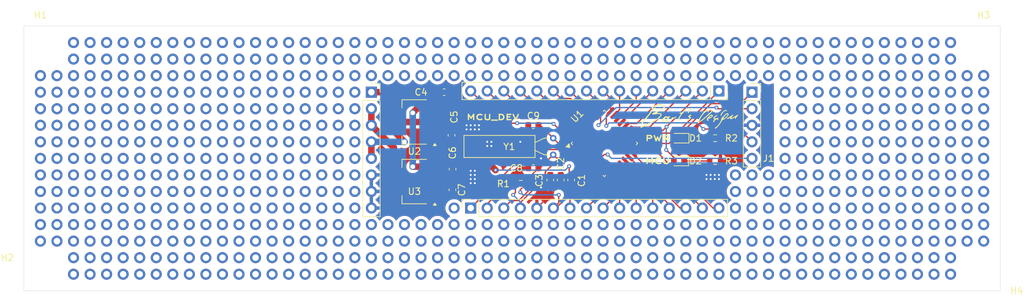
<source format=kicad_pcb>
(kicad_pcb (version 20240108) (generator "pcbnew") (generator_version "8.0")
  (layers (0 "F.Cu" signal) (31 "B.Cu" signal) (34 "B.Paste" user) (35 "F.Paste" user) (36 "B.SilkS" user "B.Silkscreen") (37 "F.SilkS" user "F.Silkscreen") (38 "B.Mask" user) (39 "F.Mask" user) (44 "Edge.Cuts" user))
  (net 0 "")
  (net 1 "GND")
  (net 2 "+3V3")
  (net 3 "/INPUT")
  (net 4 "+5V")
  (net 5 "/PC14")
  (net 6 "/PC15")
  (net 7 "/SWDCLK")
  (net 8 "/~{RST}")
  (net 9 "/SWDIO")
  (net 10 "/PA6")
  (net 11 "/PB1")
  (net 12 "/PA0")
  (net 13 "/PA3")
  (net 14 "/PA1")
  (net 15 "/PA4")
  (net 16 "/PA7")
  (net 17 "/PA2")
  (net 18 "/PB9")
  (net 19 "/PA5")
  (net 20 "/PB0")
  (net 21 "/PA12")
  (net 22 "/PB2")
  (net 23 "/PA9")
  (net 24 "/PB6")
  (net 25 "/PB4")
  (net 26 "/PA11")
  (net 27 "/PA10")
  (net 28 "/PB5")
  (net 29 "/PA15")
  (net 30 "/PC6")
  (net 31 "/PA8")
  (net 32 "/PB8")
  (net 33 "/PB7")
  (net 34 "/PB3")
  (net 35 "Net-(D1-K)")
  (net 36 "Net-(D2-K)")
  (footprint "" (layer "F.Cu") (at 233.68 88.9)
    (property "Reference" "")
    (property "Value" "")
  )
  (footprint "" (layer "F.Cu") (at 175.26 119.38)
    (property "Reference" "")
    (property "Value" "")
  )
  (footprint "" (layer "F.Cu") (at 223.52 109.22)
    (property "Reference" "")
    (property "Value" "")
  )
  (footprint "" (layer "F.Cu") (at 185.42 83.82)
    (property "Reference" "")
    (property "Value" "")
  )
  (footprint "" (layer "F.Cu") (at 154.94 109.22)
    (property "Reference" "")
    (property "Value" "")
  )
  (footprint "" (layer "F.Cu") (at 223.52 106.68)
    (property "Reference" "")
    (property "Value" "")
  )
  (footprint "" (layer "F.Cu") (at 226.06 88.9)
    (property "Reference" "")
    (property "Value" "")
  )
  (footprint "" (layer "F.Cu") (at 236.22 88.9)
    (property "Reference" "")
    (property "Value" "")
  )
  (footprint "" (layer "F.Cu") (at 195.58 111.76)
    (property "Reference" "")
    (property "Value" "")
  )
  (footprint "Connector_PinSocket_2.54mm:PinSocket_1x08_P2.54mm_Vertical" (layer "F.Cu") (at 142.24 91.44)
    (property "Reference" "J4" (hide yes))
    (property "Value" "PWR")
  )
  (footprint "" (layer "F.Cu") (at 91.44 96.52)
    (property "Reference" "")
    (property "Value" "")
  )
  (footprint "" (layer "F.Cu") (at 132.08 88.9)
    (property "Reference" "")
    (property "Value" "")
  )
  (footprint "" (layer "F.Cu") (at 149.86 111.76)
    (property "Reference" "")
    (property "Value" "")
  )
  (footprint "" (layer "F.Cu") (at 205.74 91.44)
    (property "Reference" "")
    (property "Value" "")
  )
  (footprint "" (layer "F.Cu") (at 198.12 116.84)
    (property "Reference" "")
    (property "Value" "")
  )
  (footprint "" (layer "F.Cu") (at 106.68 99.06)
    (property "Reference" "")
    (property "Value" "")
  )
  (footprint "" (layer "F.Cu") (at 160.02 88.9)
    (property "Reference" "")
    (property "Value" "")
  )
  (footprint "" (layer "F.Cu") (at 200.66 116.84)
    (property "Reference" "")
    (property "Value" "")
  )
  (footprint "Capacitor_SMD:C_0603_1608Metric" (layer "F.Cu") (at 172.9 104.915 -90)
    (property "Reference" "C1")
    (property "Value" "100n")
  )
  (footprint "" (layer "F.Cu") (at 106.68 93.98)
    (property "Reference" "")
    (property "Value" "")
  )
  (footprint "" (layer "F.Cu") (at 208.28 99.06)
    (property "Reference" "")
    (property "Value" "")
  )
  (footprint "" (layer "F.Cu") (at 167.64 116.84)
    (property "Reference" "")
    (property "Value" "")
  )
  (footprint "Resistor_SMD:R_0603_1608Metric" (layer "F.Cu") (at 195 102)
    (property "Reference" "R3")
    (property "Value" "1k")
  )
  (footprint "" (layer "F.Cu") (at 210.82 106.68)
    (property "Reference" "")
    (property "Value" "")
  )
  (footprint "" (layer "F.Cu") (at 198.12 111.76)
    (property "Reference" "")
    (property "Value" "")
  )
  (footprint "" (layer "F.Cu") (at 137.16 114.3)
    (property "Reference" "")
    (property "Value" "")
  )
  (footprint "" (layer "F.Cu") (at 142.24 111.76)
    (property "Reference" "")
    (property "Value" "")
  )
  (footprint "" (layer "F.Cu") (at 149.86 86.36)
    (property "Reference" "")
    (property "Value" "")
  )
  (footprint "" (layer "F.Cu") (at 187.96 119.38)
    (property "Reference" "")
    (property "Value" "")
  )
  (footprint "" (layer "F.Cu") (at 124.46 93.98)
    (property "Reference" "")
    (property "Value" "")
  )
  (footprint "" (layer "F.Cu") (at 106.68 119.38)
    (property "Reference" "")
    (property "Value" "")
  )
  (footprint "" (layer "F.Cu") (at 104.14 106.68)
    (property "Reference" "")
    (property "Value" "")
  )
  (footprint "" (layer "F.Cu") (at 223.52 114.3)
    (property "Reference" "")
    (property "Value" "")
  )
  (footprint "" (layer "F.Cu") (at 213.36 114.3)
    (property "Reference" "")
    (property "Value" "")
  )
  (footprint "" (layer "F.Cu") (at 99.06 116.84)
    (property "Reference" "")
    (property "Value" "")
  )
  (footprint "" (layer "F.Cu") (at 226.06 111.76)
    (property "Reference" "")
    (property "Value" "")
  )
  (footprint "Capacitor_SMD:C_0603_1608Metric" (layer "F.Cu") (at 154.534 98.057 -90)
    (property "Reference" "C5")
    (property "Value" "100n")
  )
  (footprint "" (layer "F.Cu") (at 208.28 111.76)
    (property "Reference" "")
    (property "Value" "")
  )
  (footprint "" (layer "F.Cu") (at 99.06 114.3)
    (property "Reference" "")
    (property "Value" "")
  )
  (footprint "" (layer "F.Cu") (at 134.62 111.76)
    (property "Reference" "")
    (property "Value" "")
  )
  (footprint "" (layer "F.Cu") (at 144.78 111.76)
    (property "Reference" "")
    (property "Value" "")
  )
  (footprint "" (layer "F.Cu") (at 228.6 116.84)
    (property "Reference" "")
    (property "Value" "")
  )
  (footprint "" (layer "F.Cu") (at 119.38 114.3)
    (property "Reference" "")
    (property "Value" "")
  )
  (footprint "" (layer "F.Cu") (at 205.74 99.06)
    (property "Reference" "")
    (property "Value" "")
  )
  (footprint "" (layer "F.Cu") (at 96.52 114.3)
    (property "Reference" "")
    (property "Value" "")
  )
  (footprint "" (layer "F.Cu") (at 129.54 119.38)
    (property "Reference" "")
    (property "Value" "")
  )
  (footprint "" (layer "F.Cu") (at 220.98 111.76)
    (property "Reference" "")
    (property "Value" "")
  )
  (footprint "" (layer "F.Cu") (at 111.76 93.98)
    (property "Reference" "")
    (property "Value" "")
  )
  (footprint "" (layer "F.Cu") (at 231.14 104.14)
    (property "Reference" "")
    (property "Value" "")
  )
  (footprint "" (layer "F.Cu") (at 134.62 109.22)
    (property "Reference" "")
    (property "Value" "")
  )
  (footprint "Connector_PinSocket_2.54mm:PinSocket_1x05_P2.54mm_Vertical" (layer "F.Cu") (at 200.66 91.44)
    (property "Reference" "J1")
    (property "Value" "PROG")
  )
  (footprint "" (layer "F.Cu") (at 91.44 88.9)
    (property "Reference" "")
    (property "Value" "")
  )
  (footprint "" (layer "F.Cu") (at 210.82 109.22)
    (property "Reference" "")
    (property "Value" "")
  )
  (footprint "" (layer "F.Cu") (at 132.08 93.98)
    (property "Reference" "")
    (property "Value" "")
  )
  (footprint "" (layer "F.Cu") (at 193.04 116.84)
    (property "Reference" "")
    (property "Value" "")
  )
  (footprint "" (layer "F.Cu") (at 218.44 104.14)
    (property "Reference" "")
    (property "Value" "")
  )
  (footprint "" (layer "F.Cu") (at 210.82 91.44)
    (property "Reference" "")
    (property "Value" "")
  )
  (footprint "" (layer "F.Cu") (at 99.06 104.14)
    (property "Reference" "")
    (property "Value" "")
  )
  (footprint "" (layer "F.Cu") (at 200.66 86.36)
    (property "Reference" "")
    (property "Value" "")
  )
  (footprint "" (layer "F.Cu") (at 180.34 86.36)
    (property "Reference" "")
    (property "Value" "")
  )
  (footprint "" (layer "F.Cu") (at 200.66 109.22)
    (property "Reference" "")
    (property "Value" "")
  )
  (footprint "" (layer "F.Cu") (at 231.14 119.38)
    (property "Reference" "")
    (property "Value" "")
  )
  (footprint "" (layer "F.Cu") (at 101.6 93.98)
    (property "Reference" "")
    (property "Value" "")
  )
  (footprint "" (layer "F.Cu") (at 210.82 93.98)
    (property "Reference" "")
    (property "Value" "")
  )
  (footprint "Capacitor_SMD:C_0603_1608Metric" (layer "F.Cu") (at 154.699 103.251 -90)
    (property "Reference" "C6")
    (property "Value" "100n")
  )
  (footprint "" (layer "F.Cu") (at 210.82 86.36)
    (property "Reference" "")
    (property "Value" "")
  )
  (footprint "" (layer "F.Cu") (at 160.02 114.3)
    (property "Reference" "")
    (property "Value" "")
  )
  (footprint "" (layer "F.Cu") (at 104.14 86.36)
    (property "Reference" "")
    (property "Value" "")
  )
  (footprint "" (layer "F.Cu") (at 124.46 106.68)
    (property "Reference" "")
    (property "Value" "")
  )
  (footprint "" (layer "F.Cu") (at 147.32 86.36)
    (property "Reference" "")
    (property "Value" "")
  )
  (footprint "" (layer "F.Cu") (at 218.44 83.82)
    (property "Reference" "")
    (property "Value" "")
  )
  (footprint "" (layer "F.Cu") (at 96.52 91.44)
    (property "Reference" "")
    (property "Value" "")
  )
  (footprint "" (layer "F.Cu") (at 109.22 91.44)
    (property "Reference" "")
    (property "Value" "")
  )
  (footprint "" (layer "F.Cu") (at 124.46 86.36)
    (property "Reference" "")
    (property "Value" "")
  )
  (footprint "" (layer "F.Cu") (at 121.92 88.9)
    (property "Reference" "")
    (property "Value" "")
  )
  (footprint "" (layer "F.Cu") (at 228.6 104.14)
    (property "Reference" "")
    (property "Value" "")
  )
  (footprint "" (layer "F.Cu") (at 119.38 99.06)
    (property "Reference" "")
    (property "Value" "")
  )
  (footprint "" (layer "F.Cu") (at 177.8 111.76)
    (property "Reference" "")
    (property "Value" "")
  )
  (footprint "" (layer "F.Cu") (at 190.5 116.84)
    (property "Reference" "")
    (property "Value" "")
  )
  (footprint "" (layer "F.Cu") (at 231.14 96.52)
    (property "Reference" "")
    (property "Value" "")
  )
  (footprint "" (layer "F.Cu") (at 175.26 86.36)
    (property "Reference" "")
    (property "Value" "")
  )
  (footprint "" (layer "F.Cu") (at 137.16 101.6)
    (property "Reference" "")
    (property "Value" "")
  )
  (footprint "" (layer "F.Cu") (at 109.22 101.6)
    (property "Reference" "")
    (property "Value" "")
  )
  (footprint "" (layer "F.Cu") (at 203.2 86.36)
    (property "Reference" "")
    (property "Value" "")
  )
  (footprint "" (layer "F.Cu") (at 170.18 116.84)
    (property "Reference" "")
    (property "Value" "")
  )
  (footprint "" (layer "F.Cu") (at 200.66 104.14)
    (property "Reference" "")
    (property "Value" "")
  )
  (footprint "" (layer "F.Cu") (at 236.22 93.98)
    (property "Reference" "")
    (property "Value" "")
  )
  (footprint "" (layer "F.Cu") (at 93.98 109.22)
    (property "Reference" "")
    (property "Value" "")
  )
  (footprint "" (layer "F.Cu") (at 208.28 109.22)
    (property "Reference" "")
    (property "Value" "")
  )
  (footprint "" (layer "F.Cu") (at 198.12 114.3)
    (property "Reference" "")
    (property "Value" "")
  )
  (footprint "" (layer "F.Cu") (at 205.74 86.36)
    (property "Reference" "")
    (property "Value" "")
  )
  (footprint "" (layer "F.Cu") (at 152.4 83.82)
    (property "Reference" "")
    (property "Value" "")
  )
  (footprint "" (layer "F.Cu") (at 142.24 88.9)
    (property "Reference" "")
    (property "Value" "")
  )
  (footprint "" (layer "F.Cu") (at 109.22 88.9)
    (property "Reference" "")
    (property "Value" "")
  )
  (footprint "" (layer "F.Cu") (at 185.42 88.9)
    (property "Reference" "")
    (property "Value" "")
  )
  (footprint "" (layer "F.Cu") (at 215.9 101.6)
    (property "Reference" "")
    (property "Value" "")
  )
  (footprint "" (layer "F.Cu") (at 111.76 83.82)
    (property "Reference" "")
    (property "Value" "")
  )
  (footprint "" (layer "F.Cu") (at 180.34 111.76)
    (property "Reference" "")
    (property "Value" "")
  )
  (footprint "" (layer "F.Cu") (at 114.3 83.82)
    (property "Reference" "")
    (property "Value" "")
  )
  (footprint "" (layer "F.Cu") (at 195.58 119.38)
    (property "Reference" "")
    (property "Value" "")
  )
  (footprint "" (layer "F.Cu") (at 160.02 119.38)
    (property "Reference" "")
    (property "Value" "")
  )
  (footprint "" (layer "F.Cu") (at 182.88 111.76)
    (property "Reference" "")
    (property "Value" "")
  )
  (footprint "" (layer "F.Cu") (at 134.62 83.82)
    (property "Reference" "")
    (property "Value" "")
  )
  (footprint "" (layer "F.Cu") (at 104.14 116.84)
    (property "Reference" "")
    (property "Value" "")
  )
  (footprint "" (layer "F.Cu") (at 144.78 88.9)
    (property "Reference" "")
    (property "Value" "")
  )
  (footprint "" (layer "F.Cu") (at 91.44 99.06)
    (property "Reference" "")
    (property "Value" "")
  )
  (footprint "" (layer "F.Cu") (at 124.46 91.44)
    (property "Reference" "")
    (property "Value" "")
  )
  (footprint "" (layer "F.Cu") (at 220.98 116.84)
    (property "Reference" "")
    (property "Value" "")
  )
  (footprint "" (layer "F.Cu") (at 215.9 116.84)
    (property "Reference" "")
    (property "Value" "")
  )
  (footprint "" (layer "F.Cu") (at 137.16 83.82)
    (property "Reference" "")
    (property "Value" "")
  )
  (footprint "" (layer "F.Cu") (at 127 99.06)
    (property "Reference" "")
    (property "Value" "")
  )
  (footprint "" (layer "F.Cu") (at 109.22 96.52)
    (property "Reference" "")
    (property "Value" "")
  )
  (footprint "" (layer "F.Cu") (at 233.68 96.52)
    (property "Reference" "")
    (property "Value" "")
  )
  (footprint "" (layer "F.Cu") (at 213.36 116.84)
    (property "Reference" "")
    (property "Value" "")
  )
  (footprint "" (layer "F.Cu") (at 149.86 83.82)
    (property "Reference" "")
    (property "Value" "")
  )
  (footprint "" (layer "F.Cu") (at 215.9 104.14)
    (property "Reference" "")
    (property "Value" "")
  )
  (footprint "" (layer "F.Cu") (at 198.12 106.68)
    (property "Reference" "")
    (property "Value" "")
  )
  (footprint "Package_QFP:LQFP-32_7x7mm_P0.8mm" (layer "F.Cu") (at 178 99.3 45)
    (property "Reference" "U1")
    (property "Value" "STM32G071KBTx")
  )
  (footprint "" (layer "F.Cu") (at 121.92 106.68)
    (property "Reference" "")
    (property "Value" "")
  )
  (footprint "" (layer "F.Cu") (at 116.84 119.38)
    (property "Reference" "")
    (property "Value" "")
  )
  (footprint "" (layer "F.Cu") (at 93.98 104.14)
    (property "Reference" "")
    (property "Value" "")
  )
  (footprint "" (layer "F.Cu") (at 134.62 91.44)
    (property "Reference" "")
    (property "Value" "")
  )
  (footprint "" (layer "F.Cu") (at 134.62 86.36)
    (property "Reference" "")
    (property "Value" "")
  )
  (footprint "" (layer "F.Cu") (at 152.4 119.38)
    (property "Reference" "")
    (property "Value" "")
  )
  (footprint "" (layer "F.Cu") (at 111.76 86.36)
    (property "Reference" "")
    (property "Value" "")
  )
  (footprint "" (layer "F.Cu") (at 200.66 111.76)
    (property "Reference" "")
    (property "Value" "")
  )
  (footprint "" (layer "F.Cu") (at 218.44 93.98)
    (property "Reference" "")
    (property "Value" "")
  )
  (footprint "" (layer "F.Cu") (at 101.6 114.3)
    (property "Reference" "")
    (property "Value" "")
  )
  (footprint "" (layer "F.Cu") (at 187.96 86.36)
    (property "Reference" "")
    (property "Value" "")
  )
  (footprint "" (layer "F.Cu") (at 223.52 104.14)
    (property "Reference" "")
    (property "Value" "")
  )
  (footprint "" (layer "F.Cu") (at 106.68 101.6)
    (property "Reference" "")
    (property "Value" "")
  )
  (footprint "" (layer "F.Cu") (at 99.06 93.98)
    (property "Reference" "")
    (property "Value" "")
  )
  (footprint "" (layer "F.Cu") (at 111.76 114.3)
    (property "Reference" "")
    (property "Value" "")
  )
  (footprint "" (layer "F.Cu") (at 223.52 99.06)
    (property "Reference" "")
    (property "Value" "")
  )
  (footprint "" (layer "F.Cu") (at 142.24 119.38)
    (property "Reference" "")
    (property "Value" "")
  )
  (footprint "" (layer "F.Cu") (at 231.14 86.36)
    (property "Reference" "")
    (property "Value" "")
  )
  (footprint "" (layer "F.Cu") (at 132.08 106.68)
    (property "Reference" "")
    (property "Value" "")
  )
  (footprint "" (layer "F.Cu") (at 218.44 114.3)
    (property "Reference" "")
    (property "Value" "")
  )
  (footprint "" (layer "F.Cu") (at 198.12 104.14)
    (property "Reference" "")
    (property "Value" "")
  )
  (footprint "" (layer "F.Cu") (at 218.44 86.36)
    (property "Reference" "")
    (property "Value" "")
  )
  (footprint "" (layer "F.Cu") (at 93.98 99.06)
    (property "Reference" "")
    (property "Value" "")
  )
  (footprint "" (layer "F.Cu") (at 182.88 116.84)
    (property "Reference" "")
    (property "Value" "")
  )
  (footprint "" (layer "F.Cu") (at 228.6 106.68)
    (property "Reference" "")
    (property "Value" "")
  )
  (footprint "" (layer "F.Cu") (at 165.1 114.3)
    (property "Reference" "")
    (property "Value" "")
  )
  (footprint "" (layer "F.Cu") (at 177.8 119.38)
    (property "Reference" "")
    (property "Value" "")
  )
  (footprint "" (layer "F.Cu") (at 129.54 106.68)
    (property "Reference" "")
    (property "Value" "")
  )
  (footprint "" (layer "F.Cu") (at 116.84 106.68)
    (property "Reference" "")
    (property "Value" "")
  )
  (footprint "" (layer "F.Cu") (at 213.36 106.68)
    (property "Reference" "")
    (property "Value" "")
  )
  (footprint "" (layer "F.Cu") (at 218.44 109.22)
    (property "Reference" "")
    (property "Value" "")
  )
  (footprint "" (layer "F.Cu") (at 101.6 99.06)
    (property "Reference" "")
    (property "Value" "")
  )
  (footprint "" (layer "F.Cu") (at 228.6 88.9)
    (property "Reference" "")
    (property "Value" "")
  )
  (footprint "" (layer "F.Cu") (at 134.62 104.14)
    (property "Reference" "")
    (property "Value" "")
  )
  (footprint "" (layer "F.Cu") (at 213.36 88.9)
    (property "Reference" "")
    (property "Value" "")
  )
  (footprint "" (layer "F.Cu") (at 114.3 114.3)
    (property "Reference" "")
    (property "Value" "")
  )
  (footprint "" (layer "F.Cu") (at 93.98 114.3)
    (property "Reference" "")
    (property "Value" "")
  )
  (footprint "" (layer "F.Cu") (at 198.12 88.9)
    (property "Reference" "")
    (property "Value" "")
  )
  (footprint "" (layer "F.Cu") (at 137.16 109.22)
    (property "Reference" "")
    (property "Value" "")
  )
  (footprint "" (layer "F.Cu") (at 149.86 88.9)
    (property "Reference" "")
    (property "Value" "")
  )
  (footprint "" (layer "F.Cu") (at 91.44 101.6)
    (property "Reference" "")
    (property "Value" "")
  )
  (footprint "" (layer "F.Cu") (at 104.14 91.44)
    (property "Reference" "")
    (property "Value" "")
  )
  (footprint "" (layer "F.Cu") (at 198.12 86.36)
    (property "Reference" "")
    (property "Value" "")
  )
  (footprint "" (layer "F.Cu") (at 185.42 111.76)
    (property "Reference" "")
    (property "Value" "")
  )
  (footprint "" (layer "F.Cu") (at 154.94 83.82)
    (property "Reference" "")
    (property "Value" "")
  )
  (footprint "" (layer "F.Cu") (at 162.56 114.3)
    (property "Reference" "")
    (property "Value" "")
  )
  (footprint "" (layer "F.Cu") (at 218.44 119.38)
    (property "Reference" "")
    (property "Value" "")
  )
  (footprint "" (layer "F.Cu") (at 205.74 106.68)
    (property "Reference" "")
    (property "Value" "")
  )
  (footprint "" (layer "F.Cu") (at 233.68 99.06)
    (property "Reference" "")
    (property "Value" "")
  )
  (footprint "" (layer "F.Cu") (at 223.52 111.76)
    (property "Reference" "")
    (property "Value" "")
  )
  (footprint "" (layer "F.Cu") (at 137.16 106.68)
    (property "Reference" "")
    (property "Value" "")
  )
  (footprint "" (layer "F.Cu") (at 129.54 83.82)
    (property "Reference" "")
    (property "Value" "")
  )
  (footprint "" (layer "F.Cu") (at 172.72 114.3)
    (property "Reference" "")
    (property "Value" "")
  )
  (footprint "" (layer "F.Cu") (at 175.26 111.76)
    (property "Reference" "")
    (property "Value" "")
  )
  (footprint "" (layer "F.Cu") (at 210.82 88.9)
    (property "Reference" "")
    (property "Value" "")
  )
  (footprint "" (layer "F.Cu") (at 170.18 114.3)
    (property "Reference" "")
    (property "Value" "")
  )
  (footprint "" (layer "F.Cu") (at 109.22 111.76)
    (property "Reference" "")
    (property "Value" "")
  )
  (footprint "" (layer "F.Cu") (at 236.22 114.3)
    (property "Reference" "")
    (property "Value" "")
  )
  (footprint "" (layer "F.Cu") (at 228.6 91.44)
    (property "Reference" "")
    (property "Value" "")
  )
  (footprint "" (layer "F.Cu") (at 137.16 111.76)
    (property "Reference" "")
    (property "Value" "")
  )
  (footprint "" (layer "F.Cu") (at 172.72 119.38)
    (property "Reference" "")
    (property "Value" "")
  )
  (footprint "" (layer "F.Cu") (at 203.2 119.38)
    (property "Reference" "")
    (property "Value" "")
  )
  (footprint "" (layer "F.Cu") (at 172.72 111.76)
    (property "Reference" "")
    (property "Value" "")
  )
  (footprint "" (layer "F.Cu") (at 127 106.68)
    (property "Reference" "")
    (property "Value" "")
  )
  (footprint "" (layer "F.Cu") (at 129.54 109.22)
    (property "Reference" "")
    (property "Value" "")
  )
  (footprint "" (layer "F.Cu") (at 114.3 93.98)
    (property "Reference" "")
    (property "Value" "")
  )
  (footprint "" (layer "F.Cu") (at 129.54 88.9)
    (property "Reference" "")
    (property "Value" "")
  )
  (footprint "" (layer "F.Cu") (at 119.38 88.9)
    (property "Reference" "")
    (property "Value" "")
  )
  (footprint "" (layer "F.Cu") (at 233.68 106.68)
    (property "Reference" "")
    (property "Value" "")
  )
  (footprint "" (layer "F.Cu") (at 198.12 119.38)
    (property "Reference" "")
    (property "Value" "")
  )
  (footprint "" (layer "F.Cu") (at 215.9 96.52)
    (property "Reference" "")
    (property "Value" "")
  )
  (footprint "" (layer "F.Cu") (at 165.1 88.9)
    (property "Reference" "")
    (property "Value" "")
  )
  (footprint "" (layer "F.Cu") (at 190.5 119.38)
    (property "Reference" "")
    (property "Value" "")
  )
  (footprint "" (layer "F.Cu") (at 220.98 83.82)
    (property "Reference" "")
    (property "Value" "")
  )
  (footprint "" (layer "F.Cu") (at 165.1 119.38)
    (property "Reference" "")
    (property "Value" "")
  )
  (footprint "" (layer "F.Cu") (at 116.84 99.06)
    (property "Reference" "")
    (property "Value" "")
  )
  (footprint "" (layer "F.Cu") (at 139.7 119.38)
    (property "Reference" "")
    (property "Value" "")
  )
  (footprint "" (layer "F.Cu") (at 193.04 111.76)
    (property "Reference" "")
    (property "Value" "")
  )
  (footprint "" (layer "F.Cu") (at 134.62 93.98)
    (property "Reference" "")
    (property "Value" "")
  )
  (footprint "" (layer "F.Cu") (at 119.38 83.82)
    (property "Reference" "")
    (property "Value" "")
  )
  (footprint "" (layer "F.Cu") (at 228.6 99.06)
    (property "Reference" "")
    (property "Value" "")
  )
  (footprint "" (layer "F.Cu") (at 220.98 91.44)
    (property "Reference" "")
    (property "Value" "")
  )
  (footprint "" (layer "F.Cu") (at 218.44 96.52)
    (property "Reference" "")
    (property "Value" "")
  )
  (footprint "" (layer "F.Cu") (at 137.16 119.38)
    (property "Reference" "")
    (property "Value" "")
  )
  (footprint "" (layer "F.Cu") (at 106.68 96.52)
    (property "Reference" "")
    (property "Value" "")
  )
  (footprint "" (layer "F.Cu") (at 226.06 99.06)
    (property "Reference" "")
    (property "Value" "")
  )
  (footprint "" (layer "F.Cu") (at 127 104.14)
    (property "Reference" "")
    (property "Value" "")
  )
  (footprint "" (layer "F.Cu") (at 167.64 111.76)
    (property "Reference" "")
    (property "Value" "")
  )
  (footprint "" (layer "F.Cu") (at 139.7 91.44)
    (property "Reference" "")
    (property "Value" "")
  )
  (footprint "" (layer "F.Cu") (at 208.28 91.44)
    (property "Reference" "")
    (property "Value" "")
  )
  (footprint "" (layer "F.Cu") (at 139.7 106.68)
    (property "Reference" "")
    (property "Value" "")
  )
  (footprint "" (layer "F.Cu") (at 152.4 114.3)
    (property "Reference" "")
    (property "Value" "")
  )
  (footprint "" (layer "F.Cu") (at 226.06 104.14)
    (property "Reference" "")
    (property "Value" "")
  )
  (footprint "" (layer "F.Cu") (at 134.62 114.3)
    (property "Reference" "")
    (property "Value" "")
  )
  (footprint "" (layer "F.Cu") (at 129.54 99.06)
    (property "Reference" "")
    (property "Value" "")
  )
  (footprint "" (layer "F.Cu") (at 210.82 104.14)
    (property "Reference" "")
    (property "Value" "")
  )
  (footprint "" (layer "F.Cu") (at 99.06 83.82)
    (property "Reference" "")
    (property "Value" "")
  )
  (footprint "" (layer "F.Cu") (at 208.28 86.36)
    (property "Reference" "")
    (property "Value" "")
  )
  (footprint "" (layer "F.Cu") (at 187.96 83.82)
    (property "Reference" "")
    (property "Value" "")
  )
  (footprint "" (layer "F.Cu") (at 157.48 114.3)
    (property "Reference" "")
    (property "Value" "")
  )
  (footprint "" (layer "F.Cu") (at 213.36 104.14)
    (property "Reference" "")
    (property "Value" "")
  )
  (footprint "" (layer "F.Cu") (at 132.08 99.06)
    (property "Reference" "")
    (property "Value" "")
  )
  (footprint "" (layer "F.Cu") (at 99.06 109.22)
    (property "Reference" "")
    (property "Value" "")
  )
  (footprint "" (layer "F.Cu") (at 121.92 119.38)
    (property "Reference" "")
    (property "Value" "")
  )
  (footprint "Capacitor_SMD:C_0603_1608Metric" (layer "F.Cu") (at 153.416 91.44)
    (property "Reference" "C4")
    (property "Value" "100n")
  )
  (footprint "" (layer "F.Cu") (at 213.36 83.82)
    (property "Reference" "")
    (property "Value" "")
  )
  (footprint "" (layer "F.Cu") (at 208.28 116.84)
    (property "Reference" "")
    (property "Value" "")
  )
  (footprint "" (layer "F.Cu") (at 231.14 109.22)
    (property "Reference" "")
    (property "Value" "")
  )
  (footprint "" (layer "F.Cu") (at 228.6 111.76)
    (property "Reference" "")
    (property "Value" "")
  )
  (footprint "" (layer "F.Cu") (at 93.98 93.98)
    (property "Reference" "")
    (property "Value" "")
  )
  (footprint "" (layer "F.Cu") (at 114.3 96.52)
    (property "Reference" "")
    (property "Value" "")
  )
  (footprint "Capacitor_SMD:C_0603_1608Metric" (layer "F.Cu") (at 167.1 96.5)
    (property "Reference" "C9")
    (property "Value" "10p")
  )
  (footprint "" (layer "F.Cu") (at 177.8 116.84)
    (property "Reference" "")
    (property "Value" "")
  )
  (footprint "" (layer "F.Cu") (at 99.06 88.9)
    (property "Reference" "")
    (property "Value" "")
  )
  (footprint "" (layer "F.Cu") (at 220.98 104.14)
    (property "Reference" "")
    (property "Value" "")
  )
  (footprint "" (layer "F.Cu") (at 106.68 83.82)
    (property "Reference" "")
    (property "Value" "")
  )
  (footprint "" (layer "F.Cu") (at 226.06 119.38)
    (property "Reference" "")
    (property "Value" "")
  )
  (footprint "" (layer "F.Cu") (at 187.96 88.9)
    (property "Reference" "")
    (property "Value" "")
  )
  (footprint "" (layer "F.Cu") (at 195.58 88.9)
    (property "Reference" "")
    (property "Value" "")
  )
  (footprint "" (layer "F.Cu") (at 210.82 101.6)
    (property "Reference" "")
    (property "Value" "")
  )
  (footprint "" (layer "F.Cu") (at 96.52 116.84)
    (property "Reference" "")
    (property "Value" "")
  )
  (footprint "" (layer "F.Cu") (at 104.14 104.14)
    (property "Reference" "")
    (property "Value" "")
  )
  (footprint "" (layer "F.Cu") (at 200.66 114.3)
    (property "Reference" "")
    (property "Value" "")
  )
  (footprint "" (layer "F.Cu") (at 106.68 111.76)
    (property "Reference" "")
    (property "Value" "")
  )
  (footprint "" (layer "F.Cu") (at 231.14 116.84)
    (property "Reference" "")
    (property "Value" "")
  )
  (footprint "" (layer "F.Cu") (at 193.04 83.82)
    (property "Reference" "")
    (property "Value" "")
  )
  (footprint "" (layer "F.Cu") (at 121.92 104.14)
    (property "Reference" "")
    (property "Value" "")
  )
  (footprint "" (layer "F.Cu") (at 152.4 88.9)
    (property "Reference" "")
    (property "Value" "")
  )
  (footprint "" (layer "F.Cu") (at 185.42 116.84)
    (property "Reference" "")
    (property "Value" "")
  )
  (footprint "" (layer "F.Cu") (at 96.52 104.14)
    (property "Reference" "")
    (property "Value" "")
  )
  (footprint "" (layer "F.Cu") (at 208.28 88.9)
    (property "Reference" "")
    (property "Value" "")
  )
  (footprint "" (layer "F.Cu") (at 114.3 119.38)
    (property "Reference" "")
    (property "Value" "")
  )
  (footprint "" (layer "F.Cu") (at 96.52 109.22)
    (property "Reference" "")
    (property "Value" "")
  )
  (footprint "" (layer "F.Cu") (at 96.52 86.36)
    (property "Reference" "")
    (property "Value" "")
  )
  (footprint "" (layer "F.Cu") (at 139.7 109.22)
    (property "Reference" "")
    (property "Value" "")
  )
  (footprint "" (layer "F.Cu") (at 137.16 88.9)
    (property "Reference" "")
    (property "Value" "")
  )
  (footprint "" (layer "F.Cu") (at 121.92 93.98)
    (property "Reference" "")
    (property "Value" "")
  )
  (footprint "" (layer "F.Cu") (at 111.76 88.9)
    (property "Reference" "")
    (property "Value" "")
  )
  (footprint "" (layer "F.Cu") (at 101.6 116.84)
    (property "Reference" "")
    (property "Value" "")
  )
  (footprint "" (layer "F.Cu") (at 195.58 86.36)
    (property "Reference" "")
    (property "Value" "")
  )
  (footprint "" (layer "F.Cu") (at 139.7 116.84)
    (property "Reference" "")
    (property "Value" "")
  )
  (footprint "Resistor_SMD:R_0603_1608Metric" (layer "F.Cu") (at 165.175 105.5)
    (property "Reference" "R1")
    (property "Value" "10k")
  )
  (footprint "" (layer "F.Cu") (at 175.26 116.84)
    (property "Reference" "")
    (property "Value" "")
  )
  (footprint "" (layer "F.Cu") (at 137.16 116.84)
    (property "Reference" "")
    (property "Value" "")
  )
  (footprint "" (layer "F.Cu") (at 210.82 111.76)
    (property "Reference" "")
    (property "Value" "")
  )
  (footprint "" (layer "F.Cu") (at 218.44 106.68)
    (property "Reference" "")
    (property "Value" "")
  )
  (footprint "" (layer "F.Cu") (at 132.08 116.84)
    (property "Reference" "")
    (property "Value" "")
  )
  (footprint "" (layer "F.Cu") (at 182.88 114.3)
    (property "Reference" "")
    (property "Value" "")
  )
  (footprint "" (layer "F.Cu") (at 132.08 109.22)
    (property "Reference" "")
    (property "Value" "")
  )
  (footprint "" (layer "F.Cu") (at 104.14 99.06)
    (property "Reference" "")
    (property "Value" "")
  )
  (footprint "" (layer "F.Cu") (at 208.28 119.38)
    (property "Reference" "")
    (property "Value" "")
  )
  (footprint "" (layer "F.Cu") (at 213.36 119.38)
    (property "Reference" "")
    (property "Value" "")
  )
  (footprint "" (layer "F.Cu") (at 101.6 83.82)
    (property "Reference" "")
    (property "Value" "")
  )
  (footprint "" (layer "F.Cu") (at 147.32 119.38)
    (property "Reference" "")
    (property "Value" "")
  )
  (footprint "" (layer "F.Cu") (at 190.5 83.82)
    (property "Reference" "")
    (property "Value" "")
  )
  (footprint "" (layer "F.Cu") (at 91.44 114.3)
    (property "Reference" "")
    (property "Value" "")
  )
  (footprint "" (layer "F.Cu") (at 93.98 111.76)
    (property "Reference" "")
    (property "Value" "")
  )
  (footprint "" (layer "F.Cu") (at 142.24 83.82)
    (property "Reference" "")
    (property "Value" "")
  )
  (footprint "" (layer "F.Cu") (at 134.62 106.68)
    (property "Reference" "")
    (property "Value" "")
  )
  (footprint "" (layer "F.Cu") (at 223.52 83.82)
    (property "Reference" "")
    (property "Value" "")
  )
  (footprint "" (layer "F.Cu") (at 162.56 86.36)
    (property "Reference" "")
    (property "Value" "")
  )
  (footprint "" (layer "F.Cu") (at 127 101.6)
    (property "Reference" "")
    (property "Value" "")
  )
  (footprint "" (layer "F.Cu") (at 162.56 111.76)
    (property "Reference" "")
    (property "Value" "")
  )
  (footprint "" (layer "F.Cu") (at 109.22 83.82)
    (property "Reference" "")
    (property "Value" "")
  )
  (footprint "" (layer "F.Cu") (at 109.22 99.06)
    (property "Reference" "")
    (property "Value" "")
  )
  (footprint "" (layer "F.Cu") (at 167.64 88.9)
    (property "Reference" "")
    (property "Value" "")
  )
  (footprint "" (layer "F.Cu") (at 165.1 116.84)
    (property "Reference" "")
    (property "Value" "")
  )
  (footprint "" (layer "F.Cu") (at 180.34 83.82)
    (property "Reference" "")
    (property "Value" "")
  )
  (footprint "" (layer "F.Cu") (at 137.16 93.98)
    (property "Reference" "")
    (property "Value" "")
  )
  (footprint "" (layer "F.Cu") (at 109.22 106.68)
    (property "Reference" "")
    (property "Value" "")
  )
  (footprint "" (layer "F.Cu") (at 111.76 99.06)
    (property "Reference" "")
    (property "Value" "")
  )
  (footprint "" (layer "F.Cu") (at 205.74 88.9)
    (property "Reference" "")
    (property "Value" "")
  )
  (footprint "" (layer "F.Cu") (at 205.74 116.84)
    (property "Reference" "")
    (property "Value" "")
  )
  (footprint "" (layer "F.Cu") (at 109.22 86.36)
    (property "Reference" "")
    (property "Value" "")
  )
  (footprint "" (layer "F.Cu") (at 96.52 88.9)
    (property "Reference" "")
    (property "Value" "")
  )
  (footprint "" (layer "F.Cu") (at 154.94 114.3)
    (property "Reference" "")
    (property "Value" "")
  )
  (footprint "" (layer "F.Cu") (at 134.62 101.6)
    (property "Reference" "")
    (property "Value" "")
  )
  (footprint "" (layer "F.Cu") (at 121.92 91.44)
    (property "Reference" "")
    (property "Value" "")
  )
  (footprint "" (layer "F.Cu") (at 228.6 114.3)
    (property "Reference" "")
    (property "Value" "")
  )
  (footprint "" (layer "F.Cu") (at 134.62 88.9)
    (property "Reference" "")
    (property "Value" "")
  )
  (footprint "" (layer "F.Cu") (at 129.54 96.52)
    (property "Reference" "")
    (property "Value" "")
  )
  (footprint "" (layer "F.Cu") (at 226.06 86.36)
    (property "Reference" "")
    (property "Value" "")
  )
  (footprint "" (layer "F.Cu") (at 139.7 93.98)
    (property "Reference" "")
    (property "Value" "")
  )
  (footprint "" (layer "F.Cu") (at 177.8 114.3)
    (property "Reference" "")
    (property "Value" "")
  )
  (footprint "" (layer "F.Cu") (at 154.94 86.36)
    (property "Reference" "")
    (property "Value" "")
  )
  (footprint "" (layer "F.Cu") (at 119.38 86.36)
    (property "Reference" "")
    (property "Value" "")
  )
  (footprint "" (layer "F.Cu") (at 228.6 119.38)
    (property "Reference" "")
    (property "Value" "")
  )
  (footprint "" (layer "F.Cu") (at 220.98 99.06)
    (property "Reference" "")
    (property "Value" "")
  )
  (footprint "" (layer "F.Cu") (at 116.84 93.98)
    (property "Reference" "")
    (property "Value" "")
  )
  (footprint "" (layer "F.Cu") (at 114.3 106.68)
    (property "Reference" "")
    (property "Value" "")
  )
  (footprint "" (layer "F.Cu") (at 147.32 114.3)
    (property "Reference" "")
    (property "Value" "")
  )
  (footprint "" (layer "F.Cu") (at 193.04 86.36)
    (property "Reference" "")
    (property "Value" "")
  )
  (footprint "" (layer "F.Cu") (at 187.96 114.3)
    (property "Reference" "")
    (property "Value" "")
  )
  (footprint "" (layer "F.Cu") (at 121.92 83.82)
    (property "Reference" "")
    (property "Value" "")
  )
  (footprint "" (layer "F.Cu") (at 210.82 83.82)
    (property "Reference" "")
    (property "Value" "")
  )
  (footprint "" (layer "F.Cu") (at 109.22 109.22)
    (property "Reference" "")
    (property "Value" "")
  )
  (footprint "" (layer "F.Cu") (at 127 109.22)
    (property "Reference" "")
    (property "Value" "")
  )
  (footprint "" (layer "F.Cu") (at 116.84 116.84)
    (property "Reference" "")
    (property "Value" "")
  )
  (footprint "" (layer "F.Cu") (at 165.1 83.82)
    (property "Reference" "")
    (property "Value" "")
  )
  (footprint "" (layer "F.Cu") (at 198.12 109.22)
    (property "Reference" "")
    (property "Value" "")
  )
  (footprint "Capacitor_SMD:C_0603_1608Metric" (layer "F.Cu") (at 169.7 104.915 -90)
    (property "Reference" "C3")
    (property "Value" "1u")
  )
  (footprint "" (layer "F.Cu") (at 134.62 116.84)
    (property "Reference" "")
    (property "Value" "")
  )
  (footprint "MountingHole:MountingHole_3.2mm_M3" (layer "F.Cu") (at 91.44 119.38)
    (property "Reference" "H2")
    (property "Value" "MountingHole")
  )
  (footprint "Capacitor_SMD:C_0603_1608Metric" (layer "F.Cu") (at 167.1 103.1)
    (property "Reference" "C8")
    (property "Value" "10p")
  )
  (footprint "" (layer "F.Cu") (at 124.46 99.06)
    (property "Reference" "")
    (property "Value" "")
  )
  (footprint "" (layer "F.Cu") (at 231.14 114.3)
    (property "Reference" "")
    (property "Value" "")
  )
  (footprint "" (layer "F.Cu") (at 101.6 101.6)
    (property "Reference" "")
    (property "Value" "")
  )
  (footprint "" (layer "F.Cu") (at 220.98 96.52)
    (property "Reference" "")
    (property "Value" "")
  )
  (footprint "" (layer "F.Cu") (at 139.7 111.76)
    (property "Reference" "")
    (property "Value" "")
  )
  (footprint "" (layer "F.Cu") (at 157.48 111.76)
    (property "Reference" "")
    (property "Value" "")
  )
  (footprint "" (layer "F.Cu") (at 172.72 88.9)
    (property "Reference" "")
    (property "Value" "")
  )
  (footprint "" (layer "F.Cu") (at 175.26 83.82)
    (property "Reference" "")
    (property "Value" "")
  )
  (footprint "" (layer "F.Cu") (at 203.2 88.9)
    (property "Reference" "")
    (property "Value" "")
  )
  (footprint "" (layer "F.Cu") (at 228.6 96.52)
    (property "Reference" "")
    (property "Value" "")
  )
  (footprint "" (layer "F.Cu") (at 213.36 93.98)
    (property "Reference" "")
    (property "Value" "")
  )
  (footprint "" (layer "F.Cu") (at 205.74 104.14)
    (property "Reference" "")
    (property "Value" "")
  )
  (footprint "" (layer "F.Cu") (at 119.38 91.44)
    (property "Reference" "")
    (property "Value" "")
  )
  (footprint "" (layer "F.Cu") (at 127 114.3)
    (property "Reference" "")
    (property "Value" "")
  )
  (footprint "" (layer "F.Cu") (at 200.66 106.68)
    (property "Reference" "")
    (property "Value" "")
  )
  (footprint "" (layer "F.Cu") (at 223.52 86.36)
    (property "Reference" "")
    (property "Value" "")
  )
  (footprint "" (layer "F.Cu") (at 226.06 114.3)
    (property "Reference" "")
    (property "Value" "")
  )
  (footprint "" (layer "F.Cu") (at 160.02 116.84)
    (property "Reference" "")
    (property "Value" "")
  )
  (footprint "" (layer "F.Cu") (at 215.9 114.3)
    (property "Reference" "")
    (property "Value" "")
  )
  (footprint "" (layer "F.Cu") (at 121.92 99.06)
    (property "Reference" "")
    (property "Value" "")
  )
  (footprint "" (layer "F.Cu") (at 121.92 86.36)
    (property "Reference" "")
    (property "Value" "")
  )
  (footprint "" (layer "F.Cu") (at 116.84 101.6)
    (property "Reference" "")
    (property "Value" "")
  )
  (footprint "" (layer "F.Cu") (at 185.42 86.36)
    (property "Reference" "")
    (property "Value" "")
  )
  (footprint "" (layer "F.Cu") (at 167.64 114.3)
    (property "Reference" "")
    (property "Value" "")
  )
  (footprint "" (layer "F.Cu") (at 215.9 83.82)
    (property "Reference" "")
    (property "Value" "")
  )
  (footprint "" (layer "F.Cu") (at 147.32 88.9)
    (property "Reference" "")
    (property "Value" "")
  )
  (footprint "" (layer "F.Cu") (at 91.44 104.14)
    (property "Reference" "")
    (property "Value" "")
  )
  (footprint "" (layer "F.Cu") (at 119.38 93.98)
    (property "Reference" "")
    (property "Value" "")
  )
  (footprint "" (layer "F.Cu") (at 203.2 109.22)
    (property "Reference" "")
    (property "Value" "")
  )
  (footprint "" (layer "F.Cu") (at 215.9 106.68)
    (property "Reference" "")
    (property "Value" "")
  )
  (footprint "" (layer "F.Cu") (at 213.36 91.44)
    (property "Reference" "")
    (property "Value" "")
  )
  (footprint "" (layer "F.Cu") (at 139.7 114.3)
    (property "Reference" "")
    (property "Value" "")
  )
  (footprint "" (layer "F.Cu") (at 99.06 99.06)
    (property "Reference" "")
    (property "Value" "")
  )
  (footprint "" (layer "F.Cu") (at 111.76 96.52)
    (property "Reference" "")
    (property "Value" "")
  )
  (footprint "" (layer "F.Cu") (at 180.34 119.38)
    (property "Reference" "")
    (property "Value" "")
  )
  (footprint "" (layer "F.Cu") (at 93.98 96.52)
    (property "Reference" "")
    (property "Value" "")
  )
  (footprint "" (layer "F.Cu") (at 144.78 83.82)
    (property "Reference" "")
    (property "Value" "")
  )
  (footprint "" (layer "F.Cu") (at 149.86 114.3)
    (property "Reference" "")
    (property "Value" "")
  )
  (footprint "" (layer "F.Cu") (at 190.5 86.36)
    (property "Reference" "")
    (property "Value" "")
  )
  (footprint "" (layer "F.Cu") (at 215.9 86.36)
    (property "Reference" "")
    (property "Value" "")
  )
  (footprint "" (layer "F.Cu") (at 137.16 99.06)
    (property "Reference" "")
    (property "Value" "")
  )
  (footprint "" (layer "F.Cu") (at 220.98 101.6)
    (property "Reference" "")
    (property "Value" "")
  )
  (footprint "" (layer "F.Cu") (at 114.3 88.9)
    (property "Reference" "")
    (property "Value" "")
  )
  (footprint "" (layer "F.Cu") (at 228.6 101.6)
    (property "Reference" "")
    (property "Value" "")
  )
  (footprint "" (layer "F.Cu") (at 220.98 93.98)
    (property "Reference" "")
    (property "Value" "")
  )
  (footprint "" (layer "F.Cu") (at 231.14 106.68)
    (property "Reference" "")
    (property "Value" "")
  )
  (footprint "" (layer "F.Cu") (at 220.98 109.22)
    (property "Reference" "")
    (property "Value" "")
  )
  (footprint "" (layer "F.Cu") (at 236.22 106.68)
    (property "Reference" "")
    (property "Value" "")
  )
  (footprint "" (layer "F.Cu") (at 226.06 83.82)
    (property "Reference" "")
    (property "Value" "")
  )
  (footprint "MountingHole:MountingHole_3.2mm_M3" (layer "F.Cu") (at 236.22 119.38)
    (property "Reference" "H4")
    (property "Value" "MountingHole")
  )
  (footprint "" (layer "F.Cu") (at 114.3 101.6)
    (property "Reference" "")
    (property "Value" "")
  )
  (footprint "" (layer "F.Cu") (at 124.46 119.38)
    (property "Reference" "")
    (property "Value" "")
  )
  (footprint "" (layer "F.Cu") (at 220.98 106.68)
    (property "Reference" "")
    (property "Value" "")
  )
  (footprint "" (layer "F.Cu") (at 119.38 101.6)
    (property "Reference" "")
    (property "Value" "")
  )
  (footprint "" (layer "F.Cu") (at 101.6 96.52)
    (property "Reference" "")
    (property "Value" "")
  )
  (footprint "" (layer "F.Cu") (at 127 93.98)
    (property "Reference" "")
    (property "Value" "")
  )
  (footprint "" (layer "F.Cu") (at 114.3 116.84)
    (property "Reference" "")
    (property "Value" "")
  )
  (footprint "" (layer "F.Cu") (at 177.8 83.82)
    (property "Reference" "")
    (property "Value" "")
  )
  (footprint "" (layer "F.Cu") (at 104.14 114.3)
    (property "Reference" "")
    (property "Value" "")
  )
  (footprint "" (layer "F.Cu") (at 228.6 86.36)
    (property "Reference" "")
    (property "Value" "")
  )
  (footprint "" (layer "F.Cu") (at 99.06 101.6)
    (property "Reference" "")
    (property "Value" "")
  )
  (footprint "Package_TO_SOT_SMD:SOT-223-3_TabPin2" (layer "F.Cu") (at 148.844 105.156 180)
    (property "Reference" "U3")
    (property "Value" "AMS1117-5.0")
  )
  (footprint "" (layer "F.Cu") (at 96.52 119.38)
    (property "Reference" "")
    (property "Value" "")
  )
  (footprint "" (layer "F.Cu") (at 208.28 83.82)
    (property "Reference" "")
    (property "Value" "")
  )
  (footprint "" (layer "F.Cu") (at 236.22 104.14)
    (property "Reference" "")
    (property "Value" "")
  )
  (footprint "" (layer "F.Cu") (at 205.74 83.82)
    (property "Reference" "")
    (property "Value" "")
  )
  (footprint "" (layer "F.Cu") (at 132.08 86.36)
    (property "Reference" "")
    (property "Value" "")
  )
  (footprint "" (layer "F.Cu") (at 205.74 96.52)
    (property "Reference" "")
    (property "Value" "")
  )
  (footprint "" (layer "F.Cu") (at 106.68 116.84)
    (property "Reference" "")
    (property "Value" "")
  )
  (footprint "" (layer "F.Cu") (at 208.28 96.52)
    (property "Reference" "")
    (property "Value" "")
  )
  (footprint "" (layer "F.Cu") (at 116.84 88.9)
    (property "Reference" "")
    (property "Value" "")
  )
  (footprint "" (layer "F.Cu") (at 180.34 114.3)
    (property "Reference" "")
    (property "Value" "")
  )
  (footprint "" (layer "F.Cu") (at 180.34 88.9)
    (property "Reference" "")
    (property "Value" "")
  )
  (footprint "" (layer "F.Cu") (at 139.7 83.82)
    (property "Reference" "")
    (property "Value" "")
  )
  (footprint "" (layer "F.Cu") (at 109.22 93.98)
    (property "Reference" "")
    (property "Value" "")
  )
  (footprint "" (layer "F.Cu") (at 144.78 114.3)
    (property "Reference" "")
    (property "Value" "")
  )
  (footprint "" (layer "F.Cu") (at 231.14 99.06)
    (property "Reference" "")
    (property "Value" "")
  )
  (footprint "" (layer "F.Cu") (at 129.54 104.14)
    (property "Reference" "")
    (property "Value" "")
  )
  (footprint "" (layer "F.Cu") (at 149.86 119.38)
    (property "Reference" "")
    (property "Value" "")
  )
  (footprint "" (layer "F.Cu") (at 132.08 104.14)
    (property "Reference" "")
    (property "Value" "")
  )
  (footprint "" (layer "F.Cu") (at 223.52 116.84)
    (property "Reference" "")
    (property "Value" "")
  )
  (footprint "" (layer "F.Cu") (at 129.54 116.84)
    (property "Reference" "")
    (property "Value" "")
  )
  (footprint "" (layer "F.Cu") (at 195.58 114.3)
    (property "Reference" "")
    (property "Value" "")
  )
  (footprint "" (layer "F.Cu") (at 198.12 83.82)
    (property "Reference" "")
    (property "Value" "")
  )
  (footprint "" (layer "F.Cu") (at 139.7 101.6)
    (property "Reference" "")
    (property "Value" "")
  )
  (footprint "" (layer "F.Cu") (at 203.2 114.3)
    (property "Reference" "")
    (property "Value" "")
  )
  (footprint "" (layer "F.Cu") (at 111.76 116.84)
    (property "Reference" "")
    (property "Value" "")
  )
  (footprint "Capacitor_SMD:C_0603_1608Metric" (layer "F.Cu") (at 171.3 104.915 -90)
    (property "Reference" "C2")
    (property "Value" "100n")
  )
  (footprint "" (layer "F.Cu") (at 129.54 86.36)
    (property "Reference" "")
    (property "Value" "")
  )
  (footprint "" (layer "F.Cu") (at 185.42 114.3)
    (property "Reference" "")
    (property "Value" "")
  )
  (footprint "" (layer "F.Cu") (at 205.74 119.38)
    (property "Reference" "")
    (property "Value" "")
  )
  (footprint "" (layer "F.Cu") (at 111.76 119.38)
    (property "Reference" "")
    (property "Value" "")
  )
  (footprint "" (layer "F.Cu") (at 177.8 86.36)
    (property "Reference" "")
    (property "Value" "")
  )
  (footprint "" (layer "F.Cu") (at 119.38 119.38)
    (property "Reference" "")
    (property "Value" "")
  )
  (footprint "" (layer "F.Cu") (at 233.68 114.3)
    (property "Reference" "")
    (property "Value" "")
  )
  (footprint "" (layer "F.Cu") (at 109.22 114.3)
    (property "Reference" "")
    (property "Value" "")
  )
  (footprint "" (layer "F.Cu") (at 106.68 106.68)
    (property "Reference" "")
    (property "Value" "")
  )
  (footprint "" (layer "F.Cu") (at 91.44 91.44)
    (property "Reference" "")
    (property "Value" "")
  )
  (footprint "" (layer "F.Cu") (at 215.9 93.98)
    (property "Reference" "")
    (property "Value" "")
  )
  (footprint "" (layer "F.Cu") (at 223.52 93.98)
    (property "Reference" "")
    (property "Value" "")
  )
  (footprint "" (layer "F.Cu") (at 208.28 104.14)
    (property "Reference" "")
    (property "Value" "")
  )
  (footprint "Connector_PinSocket_2.54mm:PinSocket_1x16_P2.54mm_Vertical" (layer "F.Cu") (at 157.48 109.22 90)
    (property "Reference" "J2" (hide yes))
    (property "Value" "GPIO1")
  )
  (footprint "" (layer "F.Cu") (at 96.52 111.76)
    (property "Reference" "")
    (property "Value" "")
  )
  (footprint "" (layer "F.Cu") (at 93.98 88.9)
    (property "Reference" "")
    (property "Value" "")
  )
  (footprint "" (layer "F.Cu") (at 170.18 86.36)
    (property "Reference" "")
    (property "Value" "")
  )
  (footprint "" (layer "F.Cu") (at 119.38 106.68)
    (property "Reference" "")
    (property "Value" "")
  )
  (footprint "" (layer "F.Cu") (at 91.44 109.22)
    (property "Reference" "")
    (property "Value" "")
  )
  (footprint "" (layer "F.Cu") (at 187.96 111.76)
    (property "Reference" "")
    (property "Value" "")
  )
  (footprint "" (layer "F.Cu") (at 154.94 116.84)
    (property "Reference" "")
    (property "Value" "")
  )
  (footprint "" (layer "F.Cu") (at 119.38 109.22)
    (property "Reference" "")
    (property "Value" "")
  )
  (footprint "" (layer "F.Cu") (at 203.2 104.14)
    (property "Reference" "")
    (property "Value" "")
  )
  (footprint "" (layer "F.Cu") (at 160.02 86.36)
    (property "Reference" "")
    (property "Value" "")
  )
  (footprint "" (layer "F.Cu") (at 172.72 83.82)
    (property "Reference" "")
    (property "Value" "")
  )
  (footprint "" (layer "F.Cu") (at 96.52 93.98)
    (property "Reference" "")
    (property "Value" "")
  )
  (footprint "" (layer "F.Cu") (at 236.22 99.06)
    (property "Reference" "")
    (property "Value" "")
  )
  (footprint "" (layer "F.Cu") (at 93.98 91.44)
    (property "Reference" "")
    (property "Value" "")
  )
  (footprint "" (layer "F.Cu") (at 147.32 83.82)
    (property "Reference" "")
    (property "Value" "")
  )
  (footprint "" (layer "F.Cu") (at 121.92 96.52)
    (property "Reference" "")
    (property "Value" "")
  )
  (footprint "" (layer "F.Cu") (at 175.26 114.3)
    (property "Reference" "")
    (property "Value" "")
  )
  (footprint "" (layer "F.Cu") (at 203.2 116.84)
    (property "Reference" "")
    (property "Value" "")
  )
  (footprint "" (layer "F.Cu") (at 154.94 88.9)
    (property "Reference" "")
    (property "Value" "")
  )
  (footprint "" (layer "F.Cu") (at 167.64 119.38)
    (property "Reference" "")
    (property "Value" "")
  )
  (footprint "" (layer "F.Cu") (at 231.14 88.9)
    (property "Reference" "")
    (property "Value" "")
  )
  (footprint "" (layer "F.Cu") (at 226.06 109.22)
    (property "Reference" "")
    (property "Value" "")
  )
  (footprint "" (layer "F.Cu") (at 104.14 109.22)
    (property "Reference" "")
    (property "Value" "")
  )
  (footprint "" (layer "F.Cu") (at 127 88.9)
    (property "Reference" "")
    (property "Value" "")
  )
  (footprint "" (layer "F.Cu") (at 170.18 83.82)
    (property "Reference" "")
    (property "Value" "")
  )
  (footprint "MountingHole:MountingHole_3.2mm_M3" (layer "F.Cu") (at 236.22 83.82)
    (property "Reference" "H3")
    (property "Value" "MountingHole")
  )
  (footprint "" (layer "F.Cu") (at 160.02 83.82)
    (property "Reference" "")
    (property "Value" "")
  )
  (footprint "" (layer "F.Cu") (at 226.06 96.52)
    (property "Reference" "")
    (property "Value" "")
  )
  (footprint "" (layer "F.Cu") (at 165.1 86.36)
    (property "Reference" "")
    (property "Value" "")
  )
  (footprint "" (layer "F.Cu") (at 213.36 111.76)
    (property "Reference" "")
    (property "Value" "")
  )
  (footprint "" (layer "F.Cu") (at 154.94 119.38)
    (property "Reference" "")
    (property "Value" "")
  )
  (footprint "" (layer "F.Cu") (at 99.06 119.38)
    (property "Reference" "")
    (property "Value" "")
  )
  (footprint "" (layer "F.Cu") (at 231.14 111.76)
    (property "Reference" "")
    (property "Value" "")
  )
  (footprint "" (layer "F.Cu") (at 96.52 99.06)
    (property "Reference" "")
    (property "Value" "")
  )
  (footprint "" (layer "F.Cu") (at 210.82 116.84)
    (property "Reference" "")
    (property "Value" "")
  )
  (footprint "" (layer "F.Cu") (at 91.44 93.98)
    (property "Reference" "")
    (property "Value" "")
  )
  (footprint "" (layer "F.Cu") (at 116.84 114.3)
    (property "Reference" "")
    (property "Value" "")
  )
  (footprint "" (layer "F.Cu") (at 99.06 111.76)
    (property "Reference" "")
    (property "Value" "")
  )
  (footprint "" (layer "F.Cu") (at 121.92 101.6)
    (property "Reference" "")
    (property "Value" "")
  )
  (footprint "" (layer "F.Cu") (at 101.6 111.76)
    (property "Reference" "")
    (property "Value" "")
  )
  (footprint "" (layer "F.Cu") (at 144.78 116.84)
    (property "Reference" "")
    (property "Value" "")
  )
  (footprint "" (layer "F.Cu") (at 124.46 114.3)
    (property "Reference" "")
    (property "Value" "")
  )
  (footprint "" (layer "F.Cu") (at 144.78 119.38)
    (property "Reference" "")
    (property "Value" "")
  )
  (footprint "" (layer "F.Cu") (at 104.14 101.6)
    (property "Reference" "")
    (property "Value" "")
  )
  (footprint "" (layer "F.Cu") (at 142.24 114.3)
    (property "Reference" "")
    (property "Value" "")
  )
  (footprint "" (layer "F.Cu") (at 132.08 83.82)
    (property "Reference" "")
    (property "Value" "")
  )
  (footprint "" (layer "F.Cu") (at 101.6 86.36)
    (property "Reference" "")
    (property "Value" "")
  )
  (footprint "" (layer "F.Cu") (at 111.76 101.6)
    (property "Reference" "")
    (property "Value" "")
  )
  (footprint "" (layer "F.Cu") (at 193.04 88.9)
    (property "Reference" "")
    (property "Value" "")
  )
  (footprint "" (layer "F.Cu") (at 106.68 114.3)
    (property "Reference" "")
    (property "Value" "")
  )
  (footprint "" (layer "F.Cu") (at 215.9 109.22)
    (property "Reference" "")
    (property "Value" "")
  )
  (footprint "" (layer "F.Cu") (at 114.3 104.14)
    (property "Reference" "")
    (property "Value" "")
  )
  (footprint "" (layer "F.Cu") (at 190.5 88.9)
    (property "Reference" "")
    (property "Value" "")
  )
  (footprint "" (layer "F.Cu") (at 96.52 83.82)
    (property "Reference" "")
    (property "Value" "")
  )
  (footprint "" (layer "F.Cu") (at 127 111.76)
    (property "Reference" "")
    (property "Value" "")
  )
  (footprint "" (layer "F.Cu") (at 210.82 96.52)
    (property "Reference" "")
    (property "Value" "")
  )
  (footprint "" (layer "F.Cu") (at 139.7 88.9)
    (property "Reference" "")
    (property "Value" "")
  )
  (footprint "" (layer "F.Cu") (at 106.68 109.22)
    (property "Reference" "")
    (property "Value" "")
  )
  (footprint "" (layer "F.Cu") (at 99.06 91.44)
    (property "Reference" "")
    (property "Value" "")
  )
  (footprint "" (layer "F.Cu") (at 111.76 109.22)
    (property "Reference" "")
    (property "Value" "")
  )
  (footprint "" (layer "F.Cu") (at 121.92 109.22)
    (property "Reference" "")
    (property "Value" "")
  )
  (footprint "" (layer "F.Cu") (at 106.68 104.14)
    (property "Reference" "")
    (property "Value" "")
  )
  (footprint "" (layer "F.Cu") (at 119.38 116.84)
    (property "Reference" "")
    (property "Value" "")
  )
  (footprint "" (layer "F.Cu") (at 157.48 119.38)
    (property "Reference" "")
    (property "Value" "")
  )
  (footprint "" (layer "F.Cu") (at 223.52 119.38)
    (property "Reference" "")
    (property "Value" "")
  )
  (footprint "" (layer "F.Cu") (at 213.36 96.52)
    (property "Reference" "")
    (property "Value" "")
  )
  (footprint "" (layer "F.Cu") (at 205.74 93.98)
    (property "Reference" "")
    (property "Value" "")
  )
  (footprint "" (layer "F.Cu") (at 193.04 114.3)
    (property "Reference" "")
    (property "Value" "")
  )
  (footprint "mcu_devLib:Barts Design" (layer "F.Cu") (at 191.5 95)
    (property "Reference" "Logo1" (hide yes))
    (property "Value" "~" (hide yes))
  )
  (footprint "" (layer "F.Cu") (at 132.08 91.44)
    (property "Reference" "")
    (property "Value" "")
  )
  (footprint "Capacitor_SMD:C_0603_1608Metric" (layer "F.Cu") (at 154.686 106.426 -90)
    (property "Reference" "C7")
    (property "Value" "100n")
  )
  (footprint "" (layer "F.Cu") (at 93.98 101.6)
    (property "Reference" "")
    (property "Value" "")
  )
  (footprint "" (layer "F.Cu") (at 104.14 93.98)
    (property "Reference" "")
    (property "Value" "")
  )
  (footprint "" (layer "F.Cu") (at 129.54 93.98)
    (property "Reference" "")
    (property "Value" "")
  )
  (footprint "" (layer "F.Cu") (at 119.38 104.14)
    (property "Reference" "")
    (property "Value" "")
  )
  (footprint "" (layer "F.Cu") (at 215.9 111.76)
    (property "Reference" "")
    (property "Value" "")
  )
  (footprint "" (layer "F.Cu") (at 127 86.36)
    (property "Reference" "")
    (property "Value" "")
  )
  (footprint "" (layer "F.Cu") (at 111.76 106.68)
    (property "Reference" "")
    (property "Value" "")
  )
  (footprint "" (layer "F.Cu") (at 96.52 101.6)
    (property "Reference" "")
    (property "Value" "")
  )
  (footprint "" (layer "F.Cu") (at 142.24 86.36)
    (property "Reference" "")
    (property "Value" "")
  )
  (footprint "" (layer "F.Cu") (at 139.7 96.52)
    (property "Reference" "")
    (property "Value" "")
  )
  (footprint "Package_TO_SOT_SMD:SOT-223-3_TabPin2" (layer "F.Cu") (at 148.844 96.012 180)
    (property "Reference" "U2")
    (property "Value" "AMS1117-3.3")
  )
  (footprint "" (layer "F.Cu") (at 109.22 116.84)
    (property "Reference" "")
    (property "Value" "")
  )
  (footprint "" (layer "F.Cu") (at 226.06 116.84)
    (property "Reference" "")
    (property "Value" "")
  )
  (footprint "" (layer "F.Cu") (at 124.46 116.84)
    (property "Reference" "")
    (property "Value" "")
  )
  (footprint "" (layer "F.Cu") (at 233.68 91.44)
    (property "Reference" "")
    (property "Value" "")
  )
  (footprint "" (layer "F.Cu") (at 182.88 83.82)
    (property "Reference" "")
    (property "Value" "")
  )
  (footprint "" (layer "F.Cu") (at 157.48 88.9)
    (property "Reference" "")
    (property "Value" "")
  )
  (footprint "" (layer "F.Cu") (at 210.82 114.3)
    (property "Reference" "")
    (property "Value" "")
  )
  (footprint "" (layer "F.Cu") (at 233.68 101.6)
    (property "Reference" "")
    (property "Value" "")
  )
  (footprint "" (layer "F.Cu") (at 116.84 86.36)
    (property "Reference" "")
    (property "Value" "")
  )
  (footprint "" (layer "F.Cu") (at 236.22 109.22)
    (property "Reference" "")
    (property "Value" "")
  )
  (footprint "" (layer "F.Cu") (at 226.06 93.98)
    (property "Reference" "")
    (property "Value" "")
  )
  (footprint "" (layer "F.Cu") (at 218.44 88.9)
    (property "Reference" "")
    (property "Value" "")
  )
  (footprint "" (layer "F.Cu") (at 167.64 83.82)
    (property "Reference" "")
    (property "Value" "")
  )
  (footprint "MountingHole:MountingHole_3.2mm_M3" (layer "F.Cu") (at 91.44 83.82)
    (property "Reference" "H1")
    (property "Value" "MountingHole")
  )
  (footprint "" (layer "F.Cu") (at 144.78 86.36)
    (property "Reference" "")
    (property "Value" "")
  )
  (footprint "" (layer "F.Cu") (at 200.66 119.38)
    (property "Reference" "")
    (property "Value" "")
  )
  (footprint "" (layer "F.Cu") (at 124.46 83.82)
    (property "Reference" "")
    (property "Value" "")
  )
  (footprint "" (layer "F.Cu") (at 208.28 101.6)
    (property "Reference" "")
    (property "Value" "")
  )
  (footprint "" (layer "F.Cu") (at 91.44 106.68)
    (property "Reference" "")
    (property "Value" "")
  )
  (footprint "" (layer "F.Cu") (at 116.84 104.14)
    (property "Reference" "")
    (property "Value" "")
  )
  (footprint "Resistor_SMD:R_0603_1608Metric" (layer "F.Cu") (at 195 98.5)
    (property "Reference" "R2")
    (property "Value" "1k")
  )
  (footprint "" (layer "F.Cu") (at 223.52 88.9)
    (property "Reference" "")
    (property "Value" "")
  )
  (footprint "" (layer "F.Cu") (at 233.68 93.98)
    (property "Reference" "")
    (property "Value" "")
  )
  (footprint "" (layer "F.Cu") (at 213.36 86.36)
    (property "Reference" "")
    (property "Value" "")
  )
  (footprint "" (layer "F.Cu") (at 142.24 116.84)
    (property "Reference" "")
    (property "Value" "")
  )
  (footprint "" (layer "F.Cu") (at 101.6 106.68)
    (property "Reference" "")
    (property "Value" "")
  )
  (footprint "" (layer "F.Cu") (at 116.84 96.52)
    (property "Reference" "")
    (property "Value" "")
  )
  (footprint "" (layer "F.Cu") (at 106.68 88.9)
    (property "Reference" "")
    (property "Value" "")
  )
  (footprint "" (layer "F.Cu") (at 205.74 109.22)
    (property "Reference" "")
    (property "Value" "")
  )
  (footprint "" (layer "F.Cu") (at 147.32 111.76)
    (property "Reference" "")
    (property "Value" "")
  )
  (footprint "" (layer "F.Cu") (at 218.44 111.76)
    (property "Reference" "")
    (property "Value" "")
  )
  (footprint "" (layer "F.Cu") (at 137.16 104.14)
    (property "Reference" "")
    (property "Value" "")
  )
  (footprint "" (layer "F.Cu") (at 106.68 91.44)
    (property "Reference" "")
    (property "Value" "")
  )
  (footprint "" (layer "F.Cu") (at 114.3 111.76)
    (property "Reference" "")
    (property "Value" "")
  )
  (footprint "" (layer "F.Cu") (at 121.92 111.76)
    (property "Reference" "")
    (property "Value" "")
  )
  (footprint "" (layer "F.Cu") (at 182.88 86.36)
    (property "Reference" "")
    (property "Value" "")
  )
  (footprint "" (layer "F.Cu") (at 213.36 109.22)
    (property "Reference" "")
    (property "Value" "")
  )
  (footprint "" (layer "F.Cu") (at 223.52 101.6)
    (property "Reference" "")
    (property "Value" "")
  )
  (footprint "" (layer "F.Cu") (at 129.54 91.44)
    (property "Reference" "")
    (property "Value" "")
  )
  (footprint "" (layer "F.Cu") (at 228.6 109.22)
    (property "Reference" "")
    (property "Value" "")
  )
  (footprint "" (layer "F.Cu") (at 119.38 96.52)
    (property "Reference" "")
    (property "Value" "")
  )
  (footprint "" (layer "F.Cu") (at 93.98 106.68)
    (property "Reference" "")
    (property "Value" "")
  )
  (footprint "" (layer "F.Cu") (at 223.52 96.52)
    (property "Reference" "")
    (property "Value" "")
  )
  (footprint "Connector_PinSocket_2.54mm:PinSocket_1x16_P2.54mm_Vertical" (layer "F.Cu") (at 195.58 91.255 -90)
    (property "Reference" "J3" (hide yes))
    (property "Value" "GPIO2")
  )
  (footprint "" (layer "F.Cu") (at 99.06 106.68)
    (property "Reference" "")
    (property "Value" "")
  )
  (footprint "" (layer "F.Cu") (at 162.56 83.82)
    (property "Reference" "")
    (property "Value" "")
  )
  (footprint "" (layer "F.Cu") (at 157.48 116.84)
    (property "Reference" "")
    (property "Value" "")
  )
  (footprint "" (layer "F.Cu") (at 226.06 101.6)
    (property "Reference" "")
    (property "Value" "")
  )
  (footprint "" (layer "F.Cu") (at 218.44 99.06)
    (property "Reference" "")
    (property "Value" "")
  )
  (footprint "" (layer "F.Cu") (at 205.74 111.76)
    (property "Reference" "")
    (property "Value" "")
  )
  (footprint "" (layer "F.Cu") (at 236.22 101.6)
    (property "Reference" "")
    (property "Value" "")
  )
  (footprint "" (layer "F.Cu") (at 213.36 99.06)
    (property "Reference" "")
    (property "Value" "")
  )
  (footprint "" (layer "F.Cu") (at 205.74 114.3)
    (property "Reference" "")
    (property "Value" "")
  )
  (footprint "" (layer "F.Cu") (at 99.06 86.36)
    (property "Reference" "")
    (property "Value" "")
  )
  (footprint "" (layer "F.Cu") (at 220.98 119.38)
    (property "Reference" "")
    (property "Value" "")
  )
  (footprint "" (layer "F.Cu") (at 127 91.44)
    (property "Reference" "")
    (property "Value" "")
  )
  (footprint "" (layer "F.Cu") (at 213.36 101.6)
    (property "Reference" "")
    (property "Value" "")
  )
  (footprint "" (layer "F.Cu") (at 218.44 116.84)
    (property "Reference" "")
    (property "Value" "")
  )
  (footprint "" (layer "F.Cu") (at 139.7 99.06)
    (property "Reference" "")
    (property "Value" "")
  )
  (footprint "" (layer "F.Cu") (at 152.4 86.36)
    (property "Reference" "")
    (property "Value" "")
  )
  (footprint "" (layer "F.Cu") (at 226.06 106.68)
    (property "Reference" "")
    (property "Value" "")
  )
  (footprint "" (layer "F.Cu") (at 101.6 91.44)
    (property "Reference" "")
    (property "Value" "")
  )
  (footprint "" (layer "F.Cu") (at 91.44 111.76)
    (property "Reference" "")
    (property "Value" "")
  )
  (footprint "" (layer "F.Cu") (at 132.08 101.6)
    (property "Reference" "")
    (property "Value" "")
  )
  (footprint "" (layer "F.Cu") (at 129.54 111.76)
    (property "Reference" "")
    (property "Value" "")
  )
  (footprint "" (layer "F.Cu") (at 185.42 119.38)
    (property "Reference" "")
    (property "Value" "")
  )
  (footprint "" (layer "F.Cu") (at 236.22 111.76)
    (property "Reference" "")
    (property "Value" "")
  )
  (footprint "" (layer "F.Cu") (at 231.14 83.82)
    (property "Reference" "")
    (property "Value" "")
  )
  (footprint "" (layer "F.Cu") (at 109.22 119.38)
    (property "Reference" "")
    (property "Value" "")
  )
  (footprint "" (layer "F.Cu") (at 132.08 96.52)
    (property "Reference" "")
    (property "Value" "")
  )
  (footprint "" (layer "F.Cu") (at 127 116.84)
    (property "Reference" "")
    (property "Value" "")
  )
  (footprint "" (layer "F.Cu") (at 127 119.38)
    (property "Reference" "")
    (property "Value" "")
  )
  (footprint "" (layer "F.Cu") (at 147.32 116.84)
    (property "Reference" "")
    (property "Value" "")
  )
  (footprint "" (layer "F.Cu") (at 152.4 111.76)
    (property "Reference" "")
    (property "Value" "")
  )
  (footprint "" (layer "F.Cu") (at 96.52 96.52)
    (property "Reference" "")
    (property "Value" "")
  )
  (footprint "" (layer "F.Cu") (at 137.16 86.36)
    (property "Reference" "")
    (property "Value" "")
  )
  (footprint "" (layer "F.Cu") (at 228.6 83.82)
    (property "Reference" "")
    (property "Value" "")
  )
  (footprint "" (layer "F.Cu") (at 162.56 116.84)
    (property "Reference" "")
    (property "Value" "")
  )
  (footprint "" (layer "F.Cu") (at 139.7 104.14)
    (property "Reference" "")
    (property "Value" "")
  )
  (footprint "" (layer "F.Cu") (at 121.92 114.3)
    (property "Reference" "")
    (property "Value" "")
  )
  (footprint "" (layer "F.Cu") (at 210.82 119.38)
    (property "Reference" "")
    (property "Value" "")
  )
  (footprint "" (layer "F.Cu") (at 167.64 86.36)
    (property "Reference" "")
    (property "Value" "")
  )
  (footprint "" (layer "F.Cu") (at 233.68 109.22)
    (property "Reference" "")
    (property "Value" "")
  )
  (footprint "" (layer "F.Cu") (at 104.14 83.82)
    (property "Reference" "")
    (property "Value" "")
  )
  (footprint "" (layer "F.Cu") (at 195.58 116.84)
    (property "Reference" "")
    (property "Value" "")
  )
  (footprint "" (layer "F.Cu") (at 172.72 116.84)
    (property "Reference" "")
    (property "Value" "")
  )
  (footprint "" (layer "F.Cu") (at 203.2 106.68)
    (property "Reference" "")
    (property "Value" "")
  )
  (footprint "" (layer "F.Cu") (at 180.34 116.84)
    (property "Reference" "")
    (property "Value" "")
  )
  (footprint "" (layer "F.Cu") (at 193.04 119.38)
    (property "Reference" "")
    (property "Value" "")
  )
  (footprint "" (layer "F.Cu") (at 119.38 111.76)
    (property "Reference" "")
    (property "Value" "")
  )
  (footprint "" (layer "F.Cu") (at 127 83.82)
    (property "Reference" "")
    (property "Value" "")
  )
  (footprint "" (layer "F.Cu") (at 203.2 83.82)
    (property "Reference" "")
    (property "Value" "")
  )
  (footprint "" (layer "F.Cu") (at 127 96.52)
    (property "Reference" "")
    (property "Value" "")
  )
  (footprint "" (layer "F.Cu") (at 101.6 109.22)
    (property "Reference" "")
    (property "Value" "")
  )
  (footprint "" (layer "F.Cu") (at 208.28 93.98)
    (property "Reference" "")
    (property "Value" "")
  )
  (footprint "" (layer "F.Cu") (at 182.88 119.38)
    (property "Reference" "")
    (property "Value" "")
  )
  (footprint "LED_SMD:LED_0603_1608Metric" (layer "F.Cu") (at 189.5 98.5 180)
    (property "Reference" "D1")
    (property "Value" "PWR")
  )
  (footprint "" (layer "F.Cu") (at 231.14 93.98)
    (property "Reference" "")
    (property "Value" "")
  )
  (footprint "" (layer "F.Cu") (at 134.62 99.06)
    (property "Reference" "")
    (property "Value" "")
  )
  (footprint "" (layer "F.Cu") (at 101.6 88.9)
    (property "Reference" "")
    (property "Value" "")
  )
  (footprint "" (layer "F.Cu") (at 162.56 88.9)
    (property "Reference" "")
    (property "Value" "")
  )
  (footprint "" (layer "F.Cu") (at 132.08 111.76)
    (property "Reference" "")
    (property "Value" "")
  )
  (footprint "" (layer "F.Cu") (at 162.56 119.38)
    (property "Reference" "")
    (property "Value" "")
  )
  (footprint "" (layer "F.Cu") (at 116.84 111.76)
    (property "Reference" "")
    (property "Value" "")
  )
  (footprint "" (layer "F.Cu") (at 132.08 119.38)
    (property "Reference" "")
    (property "Value" "")
  )
  (footprint "" (layer "F.Cu") (at 104.14 111.76)
    (property "Reference" "")
    (property "Value" "")
  )
  (footprint "" (layer "F.Cu") (at 157.48 86.36)
    (property "Reference" "")
    (property "Value" "")
  )
  (footprint "" (layer "F.Cu") (at 104.14 119.38)
    (property "Reference" "")
    (property "Value" "")
  )
  (footprint "" (layer "F.Cu") (at 124.46 111.76)
    (property "Reference" "")
    (property "Value" "")
  )
  (footprint "" (layer "F.Cu") (at 190.5 111.76)
    (property "Reference" "")
    (property "Value" "")
  )
  (footprint "" (layer "F.Cu") (at 182.88 88.9)
    (property "Reference" "")
    (property "Value" "")
  )
  (footprint "" (layer "F.Cu") (at 200.66 88.9)
    (property "Reference" "")
    (property "Value" "")
  )
  (footprint "" (layer "F.Cu") (at 190.5 114.3)
    (property "Reference" "")
    (property "Value" "")
  )
  (footprint "" (layer "F.Cu") (at 129.54 114.3)
    (property "Reference" "")
    (property "Value" "")
  )
  (footprint "" (layer "F.Cu") (at 111.76 111.76)
    (property "Reference" "")
    (property "Value" "")
  )
  (footprint "" (layer "F.Cu") (at 132.08 114.3)
    (property "Reference" "")
    (property "Value" "")
  )
  (footprint "" (layer "F.Cu") (at 104.14 88.9)
    (property "Reference" "")
    (property "Value" "")
  )
  (footprint "" (layer "F.Cu") (at 236.22 91.44)
    (property "Reference" "")
    (property "Value" "")
  )
  (footprint "" (layer "F.Cu") (at 111.76 104.14)
    (property "Reference" "")
    (property "Value" "")
  )
  (footprint "" (layer "F.Cu") (at 175.26 88.9)
    (property "Reference" "")
    (property "Value" "")
  )
  (footprint "" (layer "F.Cu") (at 152.4 116.84)
    (property "Reference" "")
    (property "Value" "")
  )
  (footprint "" (layer "F.Cu") (at 134.62 96.52)
    (property "Reference" "")
    (property "Value" "")
  )
  (footprint "" (layer "F.Cu") (at 233.68 111.76)
    (property "Reference" "")
    (property "Value" "")
  )
  (footprint "" (layer "F.Cu") (at 114.3 109.22)
    (property "Reference" "")
    (property "Value" "")
  )
  (footprint "" (layer "F.Cu") (at 228.6 93.98)
    (property "Reference" "")
    (property "Value" "")
  )
  (footprint "" (layer "F.Cu") (at 124.46 101.6)
    (property "Reference" "")
    (property "Value" "")
  )
  (footprint "" (layer "F.Cu") (at 99.06 96.52)
    (property "Reference" "")
    (property "Value" "")
  )
  (footprint "" (layer "F.Cu") (at 129.54 101.6)
    (property "Reference" "")
    (property "Value" "")
  )
  (footprint "" (layer "F.Cu") (at 170.18 111.76)
    (property "Reference" "")
    (property "Value" "")
  )
  (footprint "" (layer "F.Cu") (at 157.48 83.82)
    (property "Reference" "")
    (property "Value" "")
  )
  (footprint "" (layer "F.Cu") (at 220.98 86.36)
    (property "Reference" "")
    (property "Value" "")
  )
  (footprint "" (layer "F.Cu") (at 231.14 101.6)
    (property "Reference" "")
    (property "Value" "")
  )
  (footprint "" (layer "F.Cu") (at 134.62 119.38)
    (property "Reference" "")
    (property "Value" "")
  )
  (footprint "" (layer "F.Cu") (at 187.96 116.84)
    (property "Reference" "")
    (property "Value" "")
  )
  (footprint "" (layer "F.Cu") (at 101.6 119.38)
    (property "Reference" "")
    (property "Value" "")
  )
  (footprint "" (layer "F.Cu") (at 165.1 111.76)
    (property "Reference" "")
    (property "Value" "")
  )
  (footprint "" (layer "F.Cu") (at 215.9 91.44)
    (property "Reference" "")
    (property "Value" "")
  )
  (footprint "" (layer "F.Cu") (at 210.82 99.06)
    (property "Reference" "")
    (property "Value" "")
  )
  (footprint "" (layer "F.Cu") (at 124.46 88.9)
    (property "Reference" "")
    (property "Value" "")
  )
  (footprint "" (layer "F.Cu") (at 205.74 101.6)
    (property "Reference" "")
    (property "Value" "")
  )
  (footprint "" (layer "F.Cu") (at 114.3 86.36)
    (property "Reference" "")
    (property "Value" "")
  )
  (footprint "LED_SMD:LED_0603_1608Metric" (layer "F.Cu") (at 189.46 102 180)
    (property "Reference" "D2")
    (property "Value" "MCU")
  )
  (footprint "" (layer "F.Cu") (at 154.94 111.76)
    (property "Reference" "")
    (property "Value" "")
  )
  (footprint "" (layer "F.Cu") (at 160.02 111.76)
    (property "Reference" "")
    (property "Value" "")
  )
  (footprint "" (layer "F.Cu") (at 203.2 111.76)
    (property "Reference" "")
    (property "Value" "")
  )
  (footprint "" (layer "F.Cu") (at 109.22 104.14)
    (property "Reference" "")
    (property "Value" "")
  )
  (footprint "" (layer "F.Cu") (at 215.9 99.06)
    (property "Reference" "")
    (property "Value" "")
  )
  (footprint "" (layer "F.Cu") (at 215.9 119.38)
    (property "Reference" "")
    (property "Value" "")
  )
  (footprint "" (layer "F.Cu") (at 218.44 101.6)
    (property "Reference" "")
    (property "Value" "")
  )
  (footprint "" (layer "F.Cu") (at 106.68 86.36)
    (property "Reference" "")
    (property "Value" "")
  )
  (footprint "" (layer "F.Cu") (at 218.44 91.44)
    (property "Reference" "")
    (property "Value" "")
  )
  (footprint "" (layer "F.Cu") (at 114.3 99.06)
    (property "Reference" "")
    (property "Value" "")
  )
  (footprint "" (layer "F.Cu") (at 116.84 83.82)
    (property "Reference" "")
    (property "Value" "")
  )
  (footprint "" (layer "F.Cu") (at 116.84 91.44)
    (property "Reference" "")
    (property "Value" "")
  )
  (footprint "" (layer "F.Cu") (at 137.16 91.44)
    (property "Reference" "")
    (property "Value" "")
  )
  (footprint "Crystal:Crystal_AT310_D3.0mm_L10.0mm_Horizontal" (layer "F.Cu") (at 170.15 98.5 -90)
    (property "Reference" "Y1")
    (property "Value" "32k768")
  )
  (footprint "" (layer "F.Cu") (at 200.66 83.82)
    (property "Reference" "")
    (property "Value" "")
  )
  (footprint "" (layer "F.Cu") (at 101.6 104.14)
    (property "Reference" "")
    (property "Value" "")
  )
  (footprint "" (layer "F.Cu") (at 124.46 96.52)
    (property "Reference" "")
    (property "Value" "")
  )
  (footprint "" (layer "F.Cu") (at 149.86 116.84)
    (property "Reference" "")
    (property "Value" "")
  )
  (footprint "" (layer "F.Cu") (at 226.06 91.44)
    (property "Reference" "")
    (property "Value" "")
  )
  (footprint "" (layer "F.Cu") (at 215.9 88.9)
    (property "Reference" "")
    (property "Value" "")
  )
  (footprint "" (layer "F.Cu") (at 170.18 119.38)
    (property "Reference" "")
    (property "Value" "")
  )
  (footprint "" (layer "F.Cu") (at 96.52 106.68)
    (property "Reference" "")
    (property "Value" "")
  )
  (footprint "" (layer "F.Cu") (at 139.7 86.36)
    (property "Reference" "")
    (property "Value" "")
  )
  (footprint "" (layer "F.Cu") (at 195.58 83.82)
    (property "Reference" "")
    (property "Value" "")
  )
  (footprint "" (layer "F.Cu") (at 233.68 104.14)
    (property "Reference" "")
    (property "Value" "")
  )
  (footprint "" (layer "F.Cu") (at 121.92 116.84)
    (property "Reference" "")
    (property "Value" "")
  )
  (footprint "" (layer "F.Cu") (at 114.3 91.44)
    (property "Reference" "")
    (property "Value" "")
  )
  (footprint "" (layer "F.Cu") (at 124.46 104.14)
    (property "Reference" "")
    (property "Value" "")
  )
  (footprint "" (layer "F.Cu") (at 111.76 91.44)
    (property "Reference" "")
    (property "Value" "")
  )
  (footprint "" (layer "F.Cu") (at 170.18 88.9)
    (property "Reference" "")
    (property "Value" "")
  )
  (footprint "" (layer "F.Cu") (at 223.52 91.44)
    (property "Reference" "")
    (property "Value" "")
  )
  (footprint "" (layer "F.Cu") (at 172.72 86.36)
    (property "Reference" "")
    (property "Value" "")
  )
  (footprint "" (layer "F.Cu") (at 220.98 114.3)
    (property "Reference" "")
    (property "Value" "")
  )
  (footprint "" (layer "F.Cu") (at 220.98 88.9)
    (property "Reference" "")
    (property "Value" "")
  )
  (footprint "" (layer "F.Cu") (at 236.22 96.52)
    (property "Reference" "")
    (property "Value" "")
  )
  (footprint "" (layer "F.Cu") (at 137.16 96.52)
    (property "Reference" "")
    (property "Value" "")
  )
  (footprint "" (layer "F.Cu") (at 208.28 114.3)
    (property "Reference" "")
    (property "Value" "")
  )
  (footprint "" (layer "F.Cu") (at 116.84 109.22)
    (property "Reference" "")
    (property "Value" "")
  )
  (footprint "" (layer "F.Cu") (at 104.14 96.52)
    (property "Reference" "")
    (property "Value" "")
  )
  (footprint "" (layer "F.Cu") (at 124.46 109.22)
    (property "Reference" "")
    (property "Value" "")
  )
  (footprint "" (layer "F.Cu") (at 177.8 88.9)
    (property "Reference" "")
    (property "Value" "")
  )
  (footprint "" (layer "F.Cu") (at 231.14 91.44)
    (property "Reference" "")
    (property "Value" "")
  )
  (footprint "" (layer "F.Cu") (at 208.28 106.68)
    (property "Reference" "")
    (property "Value" "")
  )
  (gr_line (start 88.9 121.92) (end 238.76 121.92) (stroke (width 0.05)) (layer "Edge.Cuts"))
  (gr_line (start 88.9 81.28) (end 88.9 121.92) (stroke (width 0.05)) (layer "Edge.Cuts"))
  (gr_line (start 238.76 121.92) (end 238.76 81.28) (stroke (width 0.05)) (layer "Edge.Cuts"))
  (gr_line (start 238.76 81.28) (end 88.9 81.28) (stroke (width 0.05)) (layer "Edge.Cuts"))
  (gr_text "MCU_DEV" (at 156.718 95.758 0) (layer "F.SilkS") (effects (font (size 0.8 1.2) (thickness 0.2) (bold yes)) (justify left bottom)))
  (gr_text "PWR" (at 184.15 99 0) (layer "F.SilkS") (effects (font (size 0.8 1.2) (thickness 0.2) (bold yes)) (justify left bottom)))
  (gr_text "MCU" (at 184.15 102.5 0) (layer "F.SilkS") (effects (font (size 0.8 1.2) (thickness 0.2) (bold yes)) (justify left bottom)))
  (segment (start 167.64 109.22) (end 167.64 106.699216) (width 0.2) (layer "F.Cu") (net 1))
  (segment (start 169.7 107.16) (end 169.7 105.69) (width 0.2) (layer "F.Cu") (net 1))
  (segment (start 167.64 106.699216) (end 168.284608 106.054608) (width 0.2) (layer "F.Cu") (net 1))
  (segment (start 167.64 109.22) (end 169.7 107.16) (width 0.2) (layer "F.Cu") (net 1))
  (segment (start 173.675 104.190686) (end 175.330672 102.535014) (width 0.2) (layer "F.Cu") (net 1))
  (segment (start 142.24 104.14) (end 142.24 109.22) (width 0.2) (layer "F.Cu") (net 1))
  (segment (start 172.9 105.69) (end 169.7 105.69) (width 0.2) (layer "F.Cu") (net 1))
  (segment (start 173.675 104.915) (end 173.675 104.190686) (width 0.2) (layer "F.Cu") (net 1))
  (segment (start 172.9 105.69) (end 173.675 104.915) (width 0.2) (layer "F.Cu") (net 1))
  (via (at 195.58 104.14) (size 0.6) (drill 0.3) (layers "F.Cu" "B.Cu") (net 1))
  (via (at 157.48 97.155) (size 0.6) (drill 0.3) (layers "F.Cu" "B.Cu") (net 1))
  (via (at 193.675 104.14) (size 0.6) (drill 0.3) (layers "F.Cu" "B.Cu") (net 1))
  (via (at 160.02 99.06) (size 0.6) (drill 0.3) (layers "F.Cu" "B.Cu") (net 1))
  (via (at 156.845 96.52) (size 0.6) (drill 0.3) (layers "F.Cu" "B.Cu") (net 1))
  (via (at 158.115 105.41) (size 0.6) (drill 0.3) (layers "F.Cu" "B.Cu") (net 1))
  (via (at 165.1 99.06) (size 0.6) (drill 0.3) (layers "F.Cu" "B.Cu") (net 1))
  (via (at 168.284608 106.054608) (size 0.6) (drill 0.3) (layers "F.Cu" "B.Cu") (net 1))
  (via (at 194.31 104.775) (size 0.6) (drill 0.3) (layers "F.Cu" "B.Cu") (net 1))
  (via (at 158.115 104.14) (size 0.6) (drill 0.3) (layers "F.Cu" "B.Cu") (net 1))
  (via (at 158.115 96.52) (size 0.6) (drill 0.3) (layers "F.Cu" "B.Cu") (net 1))
  (via (at 168.275 101.6) (size 0.6) (drill 0.3) (layers "F.Cu" "B.Cu") (net 1))
  (via (at 156.845 97.155) (size 0.6) (drill 0.3) (layers "F.Cu" "B.Cu") (net 1))
  (via (at 157.48 103.505) (size 0.6) (drill 0.3) (layers "F.Cu" "B.Cu") (net 1))
  (via (at 193.675 104.775) (size 0.6) (drill 0.3) (layers "F.Cu" "B.Cu") (net 1))
  (via (at 158.75 96.52) (size 0.6) (drill 0.3) (layers "F.Cu" "B.Cu") (net 1))
  (via (at 160.655 99.06) (size 0.6) (drill 0.3) (layers "F.Cu" "B.Cu") (net 1))
  (via (at 157.48 105.41) (size 0.6) (drill 0.3) (layers "F.Cu" "B.Cu") (net 1))
  (via (at 158.115 103.505) (size 0.6) (drill 0.3) (layers "F.Cu" "B.Cu") (net 1))
  (via (at 158.75 97.155) (size 0.6) (drill 0.3) (layers "F.Cu" "B.Cu") (net 1))
  (via (at 157.48 96.52) (size 0.6) (drill 0.3) (layers "F.Cu" "B.Cu") (net 1))
  (via (at 194.945 104.14) (size 0.6) (drill 0.3) (layers "F.Cu" "B.Cu") (net 1))
  (via (at 160.02 99.695) (size 0.6) (drill 0.3) (layers "F.Cu" "B.Cu") (net 1))
  (via (at 160.655 99.695) (size 0.6) (drill 0.3) (layers "F.Cu" "B.Cu") (net 1))
  (via (at 194.945 104.775) (size 0.6) (drill 0.3) (layers "F.Cu" "B.Cu") (net 1))
  (via (at 157.48 104.14) (size 0.6) (drill 0.3) (layers "F.Cu" "B.Cu") (net 1))
  (via (at 158.115 104.775) (size 0.6) (drill 0.3) (layers "F.Cu" "B.Cu") (net 1))
  (via (at 195.58 104.775) (size 0.6) (drill 0.3) (layers "F.Cu" "B.Cu") (net 1))
  (via (at 158.115 97.155) (size 0.6) (drill 0.3) (layers "F.Cu" "B.Cu") (net 1))
  (via (at 194.31 104.14) (size 0.6) (drill 0.3) (layers "F.Cu" "B.Cu") (net 1))
  (via (at 157.48 104.775) (size 0.6) (drill 0.3) (layers "F.Cu" "B.Cu") (net 1))
  (segment (start 164.35 106.85) (end 164 107.2) (width 0.2) (layer "F.Cu") (net 2))
  (segment (start 172.6 103.84) (end 172.9 104.14) (width 0.2) (layer "F.Cu") (net 2))
  (segment (start 151.994 96.012) (end 145.694 96.012) (width 1) (layer "F.Cu") (net 2))
  (segment (start 169.350686 104.14) (end 165.1 108.390686) (width 0.2) (layer "F.Cu") (net 2))
  (segment (start 177.419821 99.314493) (end 174.764986 101.969328) (width 0.2) (layer "F.Cu") (net 2))
  (segment (start 187.898007 99.314493) (end 177.419821 99.314493) (width 0.2) (layer "F.Cu") (net 2))
  (segment (start 145.694 97.434) (end 147.32 99.06) (width 1) (layer "F.Cu") (net 2))
  (segment (start 174.764986 101.969328) (end 174.730672 101.969328) (width 0.2) (layer "F.Cu") (net 2))
  (segment (start 165.1 108.390686) (end 165.1 109.22) (width 0.2) (layer "F.Cu") (net 2))
  (segment (start 174.764986 101.969328) (end 174.764986 102.275014) (width 0.2) (layer "F.Cu") (net 2))
  (segment (start 169.7 104.14) (end 169.350686 104.14) (width 0.2) (layer "F.Cu") (net 2))
  (segment (start 194.372814 93.2) (end 189.072814 98.5) (width 0.2) (layer "F.Cu") (net 2))
  (segment (start 172.6 102.8) (end 172.6 103.84) (width 0.2) (layer "F.Cu") (net 2))
  (segment (start 189.072814 98.5) (end 188.7125 98.5) (width 0.2) (layer "F.Cu") (net 2))
  (segment (start 145.694 96.012) (end 145.694 97.434) (width 1) (layer "F.Cu") (net 2))
  (segment (start 174.764986 102.275014) (end 172.9 104.14) (width 0.2) (layer "F.Cu") (net 2))
  (segment (start 155.004 97.104) (end 161.3 103.4) (width 1) (layer "F.Cu") (net 2))
  (segment (start 198.9 93.2) (end 194.372814 93.2) (width 0.2) (layer "F.Cu") (net 2))
  (segment (start 142.24 101.6) (end 142.24 99.06) (width 1) (layer "F.Cu") (net 2))
  (segment (start 154.534 97.282) (end 154.356 97.104) (width 1) (layer "F.Cu") (net 2))
  (segment (start 164.35 105.5) (end 164.35 106.85) (width 0.2) (layer "F.Cu") (net 2))
  (segment (start 169.7 104.14) (end 172.9 104.14) (width 0.2) (layer "F.Cu") (net 2))
  (segment (start 154.356 97.104) (end 153.264 96.012) (width 1) (layer "F.Cu") (net 2))
  (segment (start 200.66 91.44) (end 198.9 93.2) (width 0.2) (layer "F.Cu") (net 2))
  (segment (start 188.7125 98.5) (end 187.898007 99.314493) (width 0.2) (layer "F.Cu") (net 2))
  (segment (start 153.264 96.012) (end 151.994 96.012) (width 1) (layer "F.Cu") (net 2))
  (segment (start 154.356 97.104) (end 155.004 97.104) (width 1) (layer "F.Cu") (net 2))
  (via (at 172.6 102.8) (size 0.6) (drill 0.3) (layers "F.Cu" "B.Cu") (net 2))
  (via (at 161.3 103.4) (size 0.6) (drill 0.3) (layers "F.Cu" "B.Cu") (net 2))
  (via (at 164 107.2) (size 0.6) (drill 0.3) (layers "F.Cu" "B.Cu") (net 2))
  (via (at 147.32 99.06) (size 1) (drill 0.7) (layers "F.Cu" "B.Cu") (net 2))
  (segment (start 164 107.2) (end 165.1 108.3) (width 0.2) (layer "B.Cu") (net 2))
  (segment (start 172 103.4) (end 172.6 102.8) (width 0.2) (layer "B.Cu") (net 2))
  (segment (start 165.1 108.3) (end 165.1 109.22) (width 0.2) (layer "B.Cu") (net 2))
  (segment (start 147.32 99.06) (end 142.24 99.06) (width 1) (layer "B.Cu") (net 2))
  (segment (start 161.3 103.4) (end 172 103.4) (width 0.2) (layer "B.Cu") (net 2))
  (segment (start 151.994 102.856) (end 154.319 102.856) (width 1) (layer "F.Cu") (net 3))
  (segment (start 151.994 93.712) (end 149.493 93.712) (width 1) (layer "F.Cu") (net 3))
  (segment (start 151.98 102.87) (end 151.994 102.856) (width 1) (layer "F.Cu") (net 3))
  (segment (start 152.641 93.065) (end 151.994 93.712) (width 1) (layer "F.Cu") (net 3))
  (segment (start 149.493 93.712) (end 148.59 94.615) (width 1) (layer "F.Cu") (net 3))
  (segment (start 148.59 102.87) (end 151.98 102.87) (width 1) (layer "F.Cu") (net 3))
  (segment (start 154.319 102.856) (end 154.699 102.476) (width 1) (layer "F.Cu") (net 3))
  (segment (start 142.24 91.44) (end 149.722 91.44) (width 1) (layer "F.Cu") (net 3))
  (segment (start 149.722 91.44) (end 151.994 93.712) (width 1) (layer "F.Cu") (net 3))
  (segment (start 152.641 91.44) (end 152.641 93.065) (width 1) (layer "F.Cu") (net 3))
  (via (at 148.59 94.615) (size 1) (drill 0.7) (layers "F.Cu" "B.Cu") (net 3))
  (via (at 148.59 102.87) (size 1) (drill 0.7) (layers "F.Cu" "B.Cu") (net 3))
  (segment (start 148.59 94.615) (end 148.59 102.87) (width 1) (layer "B.Cu") (net 3))
  (segment (start 145.694 105.156) (end 145.694 99.974) (width 1) (layer "F.Cu") (net 4))
  (segment (start 154.191 105.156) (end 154.686 105.651) (width 1) (layer "F.Cu") (net 4))
  (segment (start 145.694 105.156) (end 151.994 105.156) (width 1) (layer "F.Cu") (net 4))
  (segment (start 145.694 99.974) (end 142.24 96.52) (width 1) (layer "F.Cu") (net 4))
  (segment (start 142.24 93.98) (end 142.24 96.52) (width 1) (layer "F.Cu") (net 4))
  (segment (start 151.994 105.156) (end 154.191 105.156) (width 1) (layer "F.Cu") (net 4))
  (segment (start 166.25 104.725) (end 163.875 104.725) (width 0.2) (layer "F.Cu") (net 5))
  (segment (start 172.931574 101.539999) (end 170.649999 101.539999) (width 0.2) (layer "F.Cu") (net 5))
  (segment (start 173.633616 100.837957) (end 172.931574 101.539999) (width 0.2) (layer "F.Cu") (net 5))
  (segment (start 170.15 101.04) (end 168.09 103.1) (width 0.2) (layer "F.Cu") (net 5))
  (segment (start 168.09 103.1) (end 167.875 103.1) (width 0.2) (layer "F.Cu") (net 5))
  (segment (start 160.02 108.58) (end 160.02 109.22) (width 0.2) (layer "F.Cu") (net 5))
  (segment (start 170.649999 101.539999) (end 170.15 101.04) (width 0.2) (layer "F.Cu") (net 5))
  (segment (start 167.875 103.1) (end 166.25 104.725) (width 0.2) (layer "F.Cu") (net 5))
  (segment (start 163.875 104.725) (end 160.02 108.58) (width 0.2) (layer "F.Cu") (net 5))
  (segment (start 164.855 108.07) (end 168.925 104) (width 0.2) (layer "F.Cu") (net 6))
  (segment (start 168.15 96.5) (end 167.875 96.5) (width 0.2) (layer "F.Cu") (net 6))
  (segment (start 162.56 109.22) (end 163.71 108.07) (width 0.2) (layer "F.Cu") (net 6))
  (segment (start 168.925 103.675) (end 170.660001 101.939999) (width 0.2) (layer "F.Cu") (net 6))
  (segment (start 170.964493 99.314493) (end 170.15 98.5) (width 0.2) (layer "F.Cu") (net 6))
  (segment (start 168.925 104) (end 168.925 103.675) (width 0.2) (layer "F.Cu") (net 6))
  (segment (start 174.199301 101.403643) (end 174.591395 101.011549) (width 0.2) (layer "F.Cu") (net 6))
  (segment (start 174.591395 100.191395) (end 173.714493 99.314493) (width 0.2) (layer "F.Cu") (net 6))
  (segment (start 173.662945 101.939999) (end 174.199301 101.403643) (width 0.2) (layer "F.Cu") (net 6))
  (segment (start 170.15 98.5) (end 168.15 96.5) (width 0.2) (layer "F.Cu") (net 6))
  (segment (start 170.660001 101.939999) (end 173.662945 101.939999) (width 0.2) (layer "F.Cu") (net 6))
  (segment (start 173.714493 99.314493) (end 170.964493 99.314493) (width 0.2) (layer "F.Cu") (net 6))
  (segment (start 174.591395 101.011549) (end 174.591395 100.191395) (width 0.2) (layer "F.Cu") (net 6))
  (segment (start 163.71 108.07) (end 164.855 108.07) (width 0.2) (layer "F.Cu") (net 6))
  (segment (start 177.419822 96.180178) (end 177.419822 94.760024) (width 0.2) (layer "F.Cu") (net 7))
  (segment (start 177.1 96.5) (end 177.419822 96.180178) (width 0.2) (layer "F.Cu") (net 7))
  (segment (start 200.66 93.98) (end 195.38 93.98) (width 0.2) (layer "F.Cu") (net 7))
  (segment (start 177.027728 93.022728) (end 175.26 91.255) (width 0.2) (layer "F.Cu") (net 7))
  (segment (start 177.419822 94.760024) (end 177.027728 94.36793) (width 0.2) (layer "F.Cu") (net 7))
  (segment (start 177.027728 94.36793) (end 177.027728 93.022728) (width 0.2) (layer "F.Cu") (net 7))
  (segment (start 195.38 93.98) (end 195.2 93.8) (width 0.2) (layer "F.Cu") (net 7))
  (via (at 195.2 93.8) (size 0.6) (drill 0.3) (layers "F.Cu" "B.Cu") (net 7))
  (via (at 177.1 96.5) (size 0.6) (drill 0.3) (layers "F.Cu" "B.Cu") (net 7))
  (segment (start 179.8 93.8) (end 177.1 96.5) (width 0.2) (layer "B.Cu") (net 7))
  (segment (start 195.2 93.8) (end 179.8 93.8) (width 0.2) (layer "B.Cu") (net 7))
  (segment (start 170.18 109.22) (end 171 108.4) (width 0.2) (layer "F.Cu") (net 8))
  (segment (start 171 108.4) (end 171 107.2) (width 0.2) (layer "F.Cu") (net 8))
  (segment (start 177.997056 101) (end 178.5 101) (width 0.2) (layer "F.Cu") (net 8))
  (segment (start 175.896357 103.100699) (end 177.997056 101) (width 0.2) (layer "F.Cu") (net 8))
  (segment (start 170.593696 109.22) (end 175.2 104.613696) (width 0.2) (layer "F.Cu") (net 8))
  (segment (start 175.2 103.797056) (end 175.896357 103.100699) (width 0.2) (layer "F.Cu") (net 8))
  (segment (start 165.1 106.8) (end 165.1 106.4) (width 0.2) (layer "F.Cu") (net 8))
  (segment (start 175.2 104.613696) (end 175.2 103.797056) (width 0.2) (layer "F.Cu") (net 8))
  (segment (start 170.18 109.22) (end 170.593696 109.22) (width 0.2) (layer "F.Cu") (net 8))
  (segment (start 165.1 106.4) (end 166 105.5) (width 0.2) (layer "F.Cu") (net 8))
  (via (at 165.1 106.8) (size 0.6) (drill 0.3) (layers "F.Cu" "B.Cu") (net 8))
  (via (at 171 107.2) (size 0.6) (drill 0.3) (layers "F.Cu" "B.Cu") (net 8))
  (via (at 178.5 101) (size 0.6) (drill 0.3) (layers "F.Cu" "B.Cu") (net 8))
  (segment (start 178.5 101) (end 179.1 101.6) (width 0.2) (layer "B.Cu") (net 8))
  (segment (start 165.5 107.2) (end 165.1 106.8) (width 0.2) (layer "B.Cu") (net 8))
  (segment (start 179.1 101.6) (end 200.66 101.6) (width 0.2) (layer "B.Cu") (net 8))
  (segment (start 171 107.2) (end 165.5 107.2) (width 0.2) (layer "B.Cu") (net 8))
  (segment (start 178.3 95.040202) (end 178.972272 94.36793) (width 0.2) (layer "F.Cu") (net 9))
  (segment (start 178.972272 92.427272) (end 177.8 91.255) (width 0.2) (layer "F.Cu") (net 9))
  (segment (start 178.3 96.6) (end 178.3 95.040202) (width 0.2) (layer "F.Cu") (net 9))
  (segment (start 178.972272 94.36793) (end 178.972272 92.427272) (width 0.2) (layer "F.Cu") (net 9))
  (segment (start 200.66 99.06) (end 198.7 97.1) (width 0.2) (layer "F.Cu") (net 9))
  (segment (start 198.7 97.1) (end 193.2 97.1) (width 0.2) (layer "F.Cu") (net 9))
  (via (at 193.2 97.1) (size 0.6) (drill 0.3) (layers "F.Cu" "B.Cu") (net 9))
  (via (at 178.3 96.6) (size 0.6) (drill 0.3) (layers "F.Cu" "B.Cu") (net 9))
  (segment (start 178.7525 96.1475) (end 178.3 96.6) (width 0.2) (layer "B.Cu") (net 9))
  (segment (start 193.2 97.1) (end 192.2475 96.1475) (width 0.2) (layer "B.Cu") (net 9))
  (segment (start 192.2475 96.1475) (end 178.7525 96.1475) (width 0.2) (layer "B.Cu") (net 9))
  (segment (start 181.235014 101.969328) (end 187.96 108.694314) (width 0.2) (layer "F.Cu") (net 10))
  (segment (start 187.96 108.694314) (end 187.96 109.22) (width 0.2) (layer "F.Cu") (net 10))
  (segment (start 194.677814 109.22) (end 195.58 109.22) (width 0.2) (layer "F.Cu") (net 11))
  (segment (start 182.93207 100.272272) (end 185.730086 100.272272) (width 0.2) (layer "F.Cu") (net 11))
  (segment (start 185.730086 100.272272) (end 194.677814 109.22) (width 0.2) (layer "F.Cu") (net 11))
  (segment (start 176.462043 104.019937) (end 176.462043 103.666384) (width 0.2) (layer "F.Cu") (net 12))
  (segment (start 172.72 107.76198) (end 176.462043 104.019937) (width 0.2) (layer "F.Cu") (net 12))
  (segment (start 172.72 109.22) (end 172.72 107.76198) (width 0.2) (layer "F.Cu") (net 12))
  (segment (start 179.537957 103.666384) (end 180.34 104.468427) (width 0.2) (layer "F.Cu") (net 13))
  (segment (start 180.34 104.468427) (end 180.34 109.22) (width 0.2) (layer "F.Cu") (net 13))
  (segment (start 177.027728 107.452272) (end 177.027728 104.23207) (width 0.2) (layer "F.Cu") (net 14))
  (segment (start 175.26 109.22) (end 177.027728 107.452272) (width 0.2) (layer "F.Cu") (net 14))
  (segment (start 182.88 105.877056) (end 182.88 109.22) (width 0.2) (layer "F.Cu") (net 15))
  (segment (start 180.103643 103.100699) (end 182.88 105.877056) (width 0.2) (layer "F.Cu") (net 15))
  (segment (start 189.617056 109.22) (end 190.5 109.22) (width 0.2) (layer "F.Cu") (net 16))
  (segment (start 181.800699 101.403643) (end 189.617056 109.22) (width 0.2) (layer "F.Cu") (net 16))
  (segment (start 178.972272 108.047728) (end 178.972272 104.23207) (width 0.2) (layer "F.Cu") (net 17))
  (segment (start 177.8 109.22) (end 178.972272 108.047728) (width 0.2) (layer "F.Cu") (net 17))
  (segment (start 173.035658 100.24) (end 173.06793 100.272272) (width 0.2) (layer "F.Cu") (net 18))
  (segment (start 157.48 109.22) (end 166.46 100.24) (width 0.2) (layer "F.Cu") (net 18))
  (segment (start 166.46 100.24) (end 173.035658 100.24) (width 0.2) (layer "F.Cu") (net 18))
  (segment (start 185.42 107.285686) (end 185.42 109.22) (width 0.2) (layer "F.Cu") (net 19))
  (segment (start 180.669328 102.535014) (end 185.42 107.285686) (width 0.2) (layer "F.Cu") (net 19))
  (segment (start 184.303427 102.775) (end 186.595 102.775) (width 0.2) (layer "F.Cu") (net 20))
  (segment (start 186.595 102.775) (end 193.04 109.22) (width 0.2) (layer "F.Cu") (net 20))
  (segment (start 182.366384 100.837957) (end 184.303427 102.775) (width 0.2) (layer "F.Cu") (net 20))
  (segment (start 179.537957 94.933616) (end 180.34 94.131573) (width 0.2) (layer "F.Cu") (net 21))
  (segment (start 180.34 94.131573) (end 180.34 91.255) (width 0.2) (layer "F.Cu") (net 21))
  (segment (start 182.93207 98.327728) (end 183.534798 97.725) (width 0.2) (layer "F.Cu") (net 22))
  (segment (start 189.11 97.725) (end 195.58 91.255) (width 0.2) (layer "F.Cu") (net 22))
  (segment (start 183.534798 97.725) (end 189.11 97.725) (width 0.2) (layer "F.Cu") (net 22))
  (segment (start 184.950736 96.804264) (end 190.5 91.255) (width 0.2) (layer "F.Cu") (net 23))
  (segment (start 182.192792 96.804264) (end 184.950736 96.804264) (width 0.2) (layer "F.Cu") (net 23))
  (segment (start 181.800699 97.196357) (end 182.192792 96.804264) (width 0.2) (layer "F.Cu") (net 23))
  (segment (start 174.199301 97.196357) (end 172.002944 95) (width 0.2) (layer "F.Cu") (net 24))
  (segment (start 172.002944 95) (end 166.305 95) (width 0.2) (layer "F.Cu") (net 24))
  (segment (start 166.305 95) (end 162.56 91.255) (width 0.2) (layer "F.Cu") (net 24))
  (segment (start 175.330672 96.064986) (end 173.365686 94.1) (width 0.2) (layer "F.Cu") (net 25))
  (segment (start 173.365686 94.1) (end 170.485 94.1) (width 0.2) (layer "F.Cu") (net 25))
  (segment (start 170.485 94.1) (end 167.64 91.255) (width 0.2) (layer "F.Cu") (net 25))
  (segment (start 180.103643 95.499301) (end 182.88 92.722944) (width 0.2) (layer "F.Cu") (net 26))
  (segment (start 182.88 92.722944) (end 182.88 91.255) (width 0.2) (layer "F.Cu") (net 26))
  (segment (start 180.669328 96.064986) (end 180.669328 96.005672) (width 0.2) (layer "F.Cu") (net 27))
  (segment (start 180.669328 96.005672) (end 185.42 91.255) (width 0.2) (layer "F.Cu") (net 27))
  (segment (start 172.734314 94.6) (end 168.445 94.6) (width 0.2) (layer "F.Cu") (net 28))
  (segment (start 174.764986 96.630672) (end 172.734314 94.6) (width 0.2) (layer "F.Cu") (net 28))
  (segment (start 168.445 94.6) (end 165.1 91.255) (width 0.2) (layer "F.Cu") (net 28))
  (segment (start 176.462043 94.933616) (end 176.398616 94.933616) (width 0.2) (layer "F.Cu") (net 29))
  (segment (start 176.398616 94.933616) (end 172.72 91.255) (width 0.2) (layer "F.Cu") (net 29))
  (segment (start 182.976422 96.238578) (end 187.96 91.255) (width 0.2) (layer "F.Cu") (net 30))
  (segment (start 181.235014 96.630672) (end 181.627108 96.238578) (width 0.2) (layer "F.Cu") (net 30))
  (segment (start 181.627108 96.238578) (end 182.976422 96.238578) (width 0.2) (layer "F.Cu") (net 30))
  (segment (start 182.366384 97.762043) (end 182.803427 97.325) (width 0.2) (layer "F.Cu") (net 31))
  (segment (start 186.97 97.325) (end 187.5475 96.7475) (width 0.2) (layer "F.Cu") (net 31))
  (segment (start 182.803427 97.325) (end 186.97 97.325) (width 0.2) (layer "F.Cu") (net 31))
  (segment (start 187.5475 96.7475) (end 193.04 91.255) (width 0.2) (layer "F.Cu") (net 31))
  (segment (start 188.6725 102) (end 188.6725 101.4725) (width 0.2) (layer "F.Cu") (net 31))
  (segment (start 188.6725 101.4725) (end 187.5 100.3) (width 0.2) (layer "F.Cu") (net 31))
  (via (at 187.5 100.3) (size 0.6) (drill 0.3) (layers "F.Cu" "B.Cu") (net 31))
  (via (at 187.5475 96.7475) (size 0.6) (drill 0.3) (layers "F.Cu" "B.Cu") (net 31))
  (segment (start 187.5 100.3) (end 187.5 96.795) (width 0.2) (layer "B.Cu") (net 31))
  (segment (start 187.5 96.795) (end 187.5475 96.7475) (width 0.2) (layer "B.Cu") (net 31))
  (segment (start 170.2 96.3) (end 172.227728 98.327728) (width 0.2) (layer "F.Cu") (net 32))
  (segment (start 172.227728 98.327728) (end 173.06793 98.327728) (width 0.2) (layer "F.Cu") (net 32))
  (segment (start 157.48 91.255) (end 162.425 96.2) (width 0.2) (layer "F.Cu") (net 32))
  (segment (start 162.425 96.2) (end 164.6 96.2) (width 0.2) (layer "F.Cu") (net 32))
  (via (at 170.2 96.3) (size 0.6) (drill 0.3) (layers "F.Cu" "B.Cu") (net 32))
  (via (at 164.6 96.2) (size 0.6) (drill 0.3) (layers "F.Cu" "B.Cu") (net 32))
  (segment (start 170.1 96.2) (end 170.2 96.3) (width 0.2) (layer "B.Cu") (net 32))
  (segment (start 164.6 96.2) (end 170.1 96.2) (width 0.2) (layer "B.Cu") (net 32))
  (segment (start 160.02 91.255) (end 164.165 95.4) (width 0.2) (layer "F.Cu") (net 33))
  (segment (start 164.165 95.4) (end 171.271573 95.4) (width 0.2) (layer "F.Cu") (net 33))
  (segment (start 171.271573 95.4) (end 173.633616 97.762043) (width 0.2) (layer "F.Cu") (net 33))
  (segment (start 171.33 92.405) (end 172.802056 92.405) (width 0.2) (layer "F.Cu") (net 34))
  (segment (start 172.802056 92.405) (end 175.896357 95.499301) (width 0.2) (layer "F.Cu") (net 34))
  (segment (start 170.18 91.255) (end 171.33 92.405) (width 0.2) (layer "F.Cu") (net 34))
  (segment (start 190.2875 98.5) (end 194.175 98.5) (width 0.2) (layer "F.Cu") (net 35))
  (segment (start 190.2475 102) (end 194.175 102) (width 0.2) (layer "F.Cu") (net 36))
  (zone (net 1) (net_name "GND") (layers "F&B.Cu") (connect_pads (clearance 0.5)) (min_thickness 0.25) (fill yes (thermal_gap 0.5) (thermal_bridge_width 0.5))
    (polygon (pts (xy 140 88) (xy 140 112.4) (xy 204 112.4) (xy 204 88) (xy 201.3 88)))
  )
)
</source>
